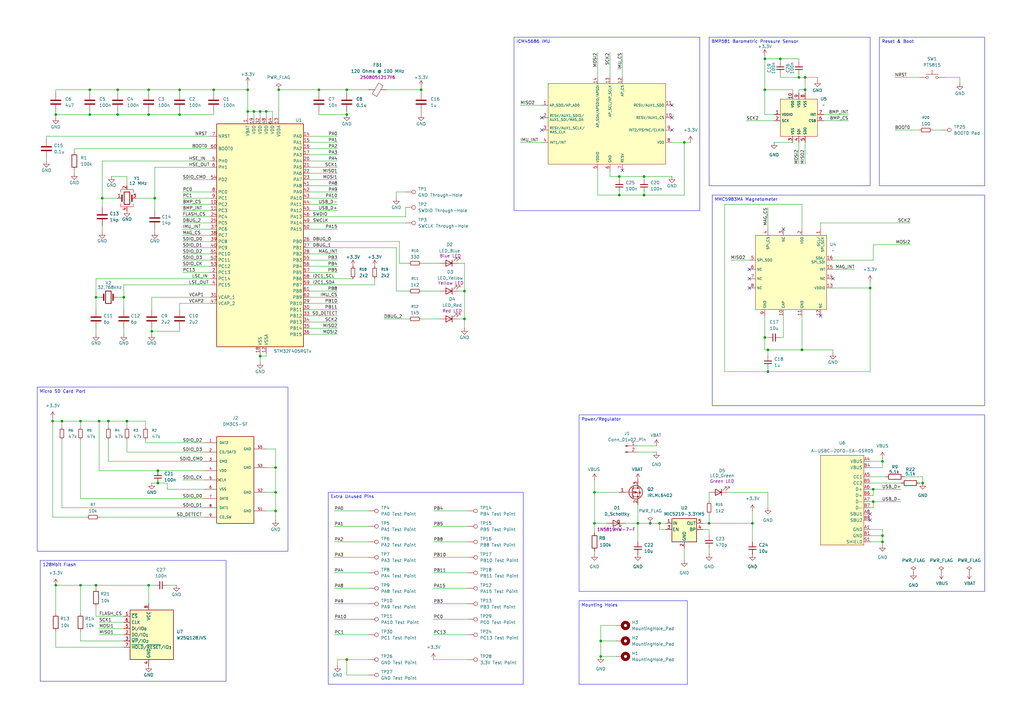
<source format=kicad_sch>
(kicad_sch (version 20250114) (generator "eeschema") (generator_version "9.0")
  (paper "A3")
  (title_block (title "FIRM") (date "2025-07-02") (company "Seth O, Will S, Harshil M"))
  (lib_symbols
    (symbol "Connector:Conn_01x02_Pin" (pin_names (offset 1.016) (hide yes))
      (property "Reference" "J" (at 0 2.54 0))
      (property "Value" "Conn_01x02_Pin" (at 0 -5.08 0))
      (symbol "Conn_01x02_Pin_1_1"
        (pin passive line (at 5.08 0 180) (length 3.81) (name "Pin_1") (number "1"))
        (pin passive line (at 5.08 -2.54 180) (length 3.81) (name "Pin_2") (number "2"))
      )
    )
    (symbol "Connector:TestPoint" (pin_numbers (hide yes)) (pin_names (offset 0.762) (hide yes))
      (property "Reference" "TP" (at 0 6.858 0))
      (property "Value" "TestPoint" (at 0 5.08 0))
      (symbol "TestPoint_1_1"
        (pin passive line (at 0 0 90) (length 2.54) (name "1") (number "1"))
      )
    )
    (symbol "Device:C" (pin_numbers (hide yes)) (pin_names (offset 0.254))
      (property "Reference" "C" (at 0.635 2.54 0))
      (property "Value" "C" (at 0.635 -2.54 0))
      (symbol "C_1_1"
        (pin passive line (at 0 3.81 270) (length 2.794) (name "~") (number "1"))
        (pin passive line (at 0 -3.81 90) (length 2.794) (name "~") (number "2"))
      )
    )
    (symbol "Device:C_Small" (pin_numbers (hide yes)) (pin_names (offset 0.254) (hide yes))
      (property "Reference" "C" (at 0.254 1.778 0))
      (property "Value" "C_Small" (at 0.254 -2.032 0))
      (symbol "C_Small_1_1"
        (pin passive line (at 0 2.54 270) (length 2.032) (name "~") (number "1"))
        (pin passive line (at 0 -2.54 90) (length 2.032) (name "~") (number "2"))
      )
    )
    (symbol "Device:Crystal" (pin_numbers (hide yes)) (pin_names (offset 1.016) (hide yes))
      (property "Reference" "Y" (at 0 3.81 0))
      (property "Value" "Crystal" (at 0 -3.81 0))
      (symbol "Crystal_1_1"
        (pin passive line (at -3.81 0 0) (length 1.27) (name "1") (number "1"))
        (pin passive line (at 3.81 0 180) (length 1.27) (name "2") (number "2"))
      )
    )
    (symbol "Device:Crystal_GND24" (pin_names (offset 1.016) (hide yes))
      (property "Reference" "Y" (at 3.175 5.08 0))
      (property "Value" "Crystal_GND24" (at 3.175 3.175 0))
      (symbol "Crystal_GND24_1_1"
        (pin passive line (at -3.81 0 0) (length 1.27) (name "1") (number "1"))
        (pin passive line (at 0 5.08 270) (length 1.27) (name "2") (number "2"))
        (pin passive line (at 0 -5.08 90) (length 1.27) (name "4") (number "4"))
        (pin passive line (at 3.81 0 180) (length 1.27) (name "3") (number "3"))
      )
    )
    (symbol "Device:D_Schottky" (pin_numbers (hide yes)) (pin_names (offset 1.016) (hide yes))
      (property "Reference" "D" (at 0 2.54 0))
      (property "Value" "D_Schottky" (at 0 -2.54 0))
      (symbol "D_Schottky_1_1"
        (pin passive line (at -3.81 0 0) (length 2.54) (name "K") (number "1"))
        (pin passive line (at 3.81 0 180) (length 2.54) (name "A") (number "2"))
      )
    )
    (symbol "Device:FerriteBead" (pin_numbers (hide yes)) (pin_names (offset 0))
      (property "Reference" "FB" (at -3.81 0.635 90))
      (property "Value" "FerriteBead" (at 3.81 0 90))
      (symbol "FerriteBead_1_1"
        (pin passive line (at 0 3.81 270) (length 2.54) (name "~") (number "1"))
        (pin passive line (at 0 -3.81 90) (length 2.54) (name "~") (number "2"))
      )
    )
    (symbol "Device:LED" (pin_numbers (hide yes)) (pin_names (offset 1.016) (hide yes))
      (property "Reference" "D" (at 0 2.54 0))
      (property "Value" "LED" (at 0 -2.54 0))
      (symbol "LED_1_1"
        (pin passive line (at -3.81 0 0) (length 2.54) (name "K") (number "1"))
        (pin passive line (at 3.81 0 180) (length 2.54) (name "A") (number "2"))
      )
    )
    (symbol "Device:R" (pin_numbers (hide yes)) (pin_names (offset 0))
      (property "Reference" "R" (at 2.032 0 90))
      (property "Value" "R" (at 0 0 90))
      (symbol "R_1_1"
        (pin passive line (at 0 3.81 270) (length 1.27) (name "~") (number "1"))
        (pin passive line (at 0 -3.81 90) (length 1.27) (name "~") (number "2"))
      )
    )
    (symbol "Device:R_Small" (pin_numbers (hide yes)) (pin_names (offset 0.254) (hide yes))
      (property "Reference" "R" (at 0 0 90))
      (property "Value" "R_Small" (at 1.778 0 90))
      (symbol "R_Small_1_1"
        (pin passive line (at 0 2.54 270) (length 0.762) (name "~") (number "1"))
        (pin passive line (at 0 -2.54 90) (length 0.762) (name "~") (number "2"))
      )
    )
    (symbol "MCU_ST_STM32F4:STM32F405RGTx"
      (property "Reference" "U" (at -17.78 46.99 0))
      (property "Value" "STM32F405RGTx" (at 10.16 46.99 0))
      (symbol "STM32F405RGTx_1_1"
        (pin input line (at -20.32 40.64 0) (length 2.54) (name "NRST") (number "7"))
        (pin input line (at -20.32 35.56 0) (length 2.54) (name "BOOT0") (number "60"))
        (pin bidirectional line (at -20.32 30.48 0) (length 2.54) (name "PH0") (number "5"))
        (pin bidirectional line (at -20.32 27.94 0) (length 2.54) (name "PH1") (number "6"))
        (pin bidirectional line (at -20.32 22.86 0) (length 2.54) (name "PD2") (number "54"))
        (pin bidirectional line (at -20.32 17.78 0) (length 2.54) (name "PC0") (number "8"))
        (pin bidirectional line (at -20.32 15.24 0) (length 2.54) (name "PC1") (number "9"))
        (pin bidirectional line (at -20.32 12.7 0) (length 2.54) (name "PC2") (number "10"))
        (pin bidirectional line (at -20.32 10.16 0) (length 2.54) (name "PC3") (number "11"))
        (pin bidirectional line (at -20.32 7.62 0) (length 2.54) (name "PC4") (number "24"))
        (pin bidirectional line (at -20.32 5.08 0) (length 2.54) (name "PC5") (number "25"))
        (pin bidirectional line (at -20.32 2.54 0) (length 2.54) (name "PC6") (number "37"))
        (pin bidirectional line (at -20.32 0 0) (length 2.54) (name "PC7") (number "38"))
        (pin bidirectional line (at -20.32 -2.54 0) (length 2.54) (name "PC8") (number "39"))
        (pin bidirectional line (at -20.32 -5.08 0) (length 2.54) (name "PC9") (number "40"))
        (pin bidirectional line (at -20.32 -7.62 0) (length 2.54) (name "PC10") (number "51"))
        (pin bidirectional line (at -20.32 -10.16 0) (length 2.54) (name "PC11") (number "52"))
        (pin bidirectional line (at -20.32 -12.7 0) (length 2.54) (name "PC12") (number "53"))
        (pin bidirectional line (at -20.32 -15.24 0) (length 2.54) (name "PC13") (number "2"))
        (pin bidirectional line (at -20.32 -17.78 0) (length 2.54) (name "PC14") (number "3"))
        (pin bidirectional line (at -20.32 -20.32 0) (length 2.54) (name "PC15") (number "4"))
        (pin power_out line (at -20.32 -25.4 0) (length 2.54) (name "VCAP_1") (number "31"))
        (pin power_out line (at -20.32 -27.94 0) (length 2.54) (name "VCAP_2") (number "47"))
        (pin power_in line (at -5.08 48.26 270) (length 2.54) (name "VBAT") (number "1"))
        (pin power_in line (at -2.54 48.26 270) (length 2.54) (name "VDD") (number "19"))
        (pin power_in line (at 0 48.26 270) (length 2.54) (name "VDD") (number "32"))
        (pin power_in line (at 0 -48.26 90) (length 2.54) (name "VSS") (number "18"))
        (pin passive line (at 0 -48.26 90) (length 2.54) (hide yes) (name "VSS") (number "63"))
        (pin power_in line (at 2.54 48.26 270) (length 2.54) (name "VDD") (number "48"))
        (pin power_in line (at 2.54 -48.26 90) (length 2.54) (name "VSSA") (number "12"))
        (pin power_in line (at 5.08 48.26 270) (length 2.54) (name "VDD") (number "64"))
        (pin power_in line (at 7.62 48.26 270) (length 2.54) (name "VDDA") (number "13"))
        (pin bidirectional line (at 20.32 40.64 180) (length 2.54) (name "PA0") (number "14"))
        (pin bidirectional line (at 20.32 38.1 180) (length 2.54) (name "PA1") (number "15"))
        (pin bidirectional line (at 20.32 35.56 180) (length 2.54) (name "PA2") (number "16"))
        (pin bidirectional line (at 20.32 33.02 180) (length 2.54) (name "PA3") (number "17"))
        (pin bidirectional line (at 20.32 30.48 180) (length 2.54) (name "PA4") (number "20"))
        (pin bidirectional line (at 20.32 27.94 180) (length 2.54) (name "PA5") (number "21"))
        (pin bidirectional line (at 20.32 25.4 180) (length 2.54) (name "PA6") (number "22"))
        (pin bidirectional line (at 20.32 22.86 180) (length 2.54) (name "PA7") (number "23"))
        (pin bidirectional line (at 20.32 20.32 180) (length 2.54) (name "PA8") (number "41"))
        (pin bidirectional line (at 20.32 17.78 180) (length 2.54) (name "PA9") (number "42"))
        (pin bidirectional line (at 20.32 15.24 180) (length 2.54) (name "PA10") (number "43"))
        (pin bidirectional line (at 20.32 12.7 180) (length 2.54) (name "PA11") (number "44"))
        (pin bidirectional line (at 20.32 10.16 180) (length 2.54) (name "PA12") (number "45"))
        (pin bidirectional line (at 20.32 7.62 180) (length 2.54) (name "PA13") (number "46"))
        (pin bidirectional line (at 20.32 5.08 180) (length 2.54) (name "PA14") (number "49"))
        (pin bidirectional line (at 20.32 2.54 180) (length 2.54) (name "PA15") (number "50"))
        (pin bidirectional line (at 20.32 -2.54 180) (length 2.54) (name "PB0") (number "26"))
        (pin bidirectional line (at 20.32 -5.08 180) (length 2.54) (name "PB1") (number "27"))
        (pin bidirectional line (at 20.32 -7.62 180) (length 2.54) (name "PB2") (number "28"))
        (pin bidirectional line (at 20.32 -10.16 180) (length 2.54) (name "PB3") (number "55"))
        (pin bidirectional line (at 20.32 -12.7 180) (length 2.54) (name "PB4") (number "56"))
        (pin bidirectional line (at 20.32 -15.24 180) (length 2.54) (name "PB5") (number "57"))
        (pin bidirectional line (at 20.32 -17.78 180) (length 2.54) (name "PB6") (number "58"))
        (pin bidirectional line (at 20.32 -20.32 180) (length 2.54) (name "PB7") (number "59"))
        (pin bidirectional line (at 20.32 -22.86 180) (length 2.54) (name "PB8") (number "61"))
        (pin bidirectional line (at 20.32 -25.4 180) (length 2.54) (name "PB9") (number "62"))
        (pin bidirectional line (at 20.32 -27.94 180) (length 2.54) (name "PB10") (number "29"))
        (pin bidirectional line (at 20.32 -30.48 180) (length 2.54) (name "PB11") (number "30"))
        (pin bidirectional line (at 20.32 -33.02 180) (length 2.54) (name "PB12") (number "33"))
        (pin bidirectional line (at 20.32 -35.56 180) (length 2.54) (name "PB13") (number "34"))
        (pin bidirectional line (at 20.32 -38.1 180) (length 2.54) (name "PB14") (number "35"))
        (pin bidirectional line (at 20.32 -40.64 180) (length 2.54) (name "PB15") (number "36"))
      )
    )
    (symbol "Mechanical:MountingHole_Pad" (pin_numbers (hide yes)) (pin_names (offset 1.016) (hide yes)) (in_bom no)
      (property "Reference" "H" (at 0 6.35 0))
      (property "Value" "MountingHole_Pad" (at 0 4.445 0))
      (symbol "MountingHole_Pad_1_1"
        (pin input line (at 0 -2.54 90) (length 2.54) (name "1") (number "1"))
      )
    )
    (symbol "Memory_Flash:W25Q128JVS"
      (property "Reference" "U" (at -6.35 11.43 0))
      (property "Value" "W25Q128JVS" (at 7.62 11.43 0))
      (symbol "W25Q128JVS_1_1"
        (pin input line (at -10.16 7.62 0) (length 2.54) (name "~{CS}") (number "1"))
        (pin input line (at -10.16 5.08 0) (length 2.54) (name "CLK") (number "6"))
        (pin bidirectional line (at -10.16 2.54 0) (length 2.54) (name "DI/IO_{0}") (number "5"))
        (pin bidirectional line (at -10.16 0 0) (length 2.54) (name "DO/IO_{1}") (number "2"))
        (pin bidirectional line (at -10.16 -2.54 0) (length 2.54) (name "~{WP}/IO_{2}") (number "3"))
        (pin bidirectional line (at -10.16 -5.08 0) (length 2.54) (name "~{HOLD}/~{RESET}/IO_{3}") (number "7"))
        (pin power_in line (at 0 12.7 270) (length 2.54) (name "VCC") (number "8"))
        (pin power_in line (at 0 -12.7 90) (length 2.54) (name "GND") (number "4"))
      )
    )
    (symbol "Regulator_Linear:MIC5219-3.3YM5" (pin_names (offset 0.254))
      (property "Reference" "U" (at -3.81 5.715 0))
      (property "Value" "MIC5219-3.3YM5" (at 0 5.715 0))
      (symbol "MIC5219-3.3YM5_1_1"
        (pin power_in line (at -7.62 2.54 0) (length 2.54) (name "IN") (number "1"))
        (pin input line (at -7.62 0 0) (length 2.54) (name "EN") (number "3"))
        (pin power_in line (at 0 -7.62 90) (length 2.54) (name "GND") (number "2"))
        (pin power_out line (at 7.62 2.54 180) (length 2.54) (name "OUT") (number "5"))
        (pin input line (at 7.62 0 180) (length 2.54) (name "BP") (number "4"))
      )
    )
    (symbol "Switch:SW_Push" (pin_numbers (hide yes)) (pin_names (offset 1.016) (hide yes))
      (property "Reference" "SW" (at 1.27 2.54 0))
      (property "Value" "SW_Push" (at 0 -1.524 0))
      (symbol "SW_Push_0_1"
        (pin passive line (at -5.08 0 0) (length 2.54) (name "1") (number "1"))
        (pin passive line (at 5.08 0 180) (length 2.54) (name "2") (number "2"))
      )
    )
    (symbol "Transistor_FET:IRLML6402" (pin_names (hide yes))
      (property "Reference" "Q" (at 5.08 1.905 0))
      (property "Value" "IRLML6402" (at 5.08 0 0))
      (symbol "IRLML6402_1_1"
        (pin input line (at -5.08 0 0) (length 2.54) (name "G") (number "1"))
        (pin passive line (at 2.54 5.08 270) (length 2.54) (name "D") (number "3"))
        (pin passive line (at 2.54 -5.08 90) (length 2.54) (name "S") (number "2"))
      )
    )
    (symbol "connectors:A-USBC-20F0-EA-GSR05"
      (property "Reference" "U" (at -3.81 5.08 0))
      (symbol "A-USBC-20F0-EA-GSR05_1_1"
        (pin bidirectional line (at 11.43 15.24 180) (length 2.54) (name "VBUS") (number "A4"))
        (pin bidirectional line (at 11.43 12.7 180) (length 2.54) (name "VBUS") (number "B4"))
        (pin bidirectional line (at 11.43 8.89 180) (length 2.54) (name "CC1") (number "A5"))
        (pin bidirectional line (at 11.43 6.35 180) (length 2.54) (name "CC2") (number "B5"))
        (pin bidirectional line (at 11.43 3.81 180) (length 2.54) (name "D+") (number "A6"))
        (pin bidirectional line (at 11.43 1.27 180) (length 2.54) (name "D+") (number "B6"))
        (pin bidirectional line (at 11.43 -1.27 180) (length 2.54) (name "D-") (number "A7"))
        (pin bidirectional line (at 11.43 -3.81 180) (length 2.54) (name "D-") (number "B7"))
        (pin bidirectional line (at 11.43 -6.35 180) (length 2.54) (name "SBU1") (number "A8"))
        (pin bidirectional line (at 11.43 -8.89 180) (length 2.54) (name "SBU2") (number "B8"))
        (pin bidirectional line (at 11.43 -12.7 180) (length 2.54) (name "GND") (number "A1"))
        (pin bidirectional line (at 11.43 -15.24 180) (length 2.54) (name "GND") (number "B1"))
        (pin bidirectional line (at 11.43 -17.78 180) (length 2.54) (name "SHIELD") (number "S1"))
      )
    )
    (symbol "connectors:DM3CS-SF" (pin_names (offset 1.016))
      (property "Reference" "J" (at -7.6282 19.0976 0))
      (property "Value" "DM3CS-SF" (at -7.6357 -21.1508 0))
      (symbol "DM3CS-SF_0_0"
        (pin passive line (at -12.7 15.24 0) (length 5.08) (name "DAT2") (number "1"))
        (pin passive line (at -12.7 11.43 0) (length 5.08) (name "CD/DAT3") (number "2"))
        (pin passive line (at -12.7 7.62 0) (length 5.08) (name "CMD") (number "3"))
        (pin passive line (at -12.7 3.81 0) (length 5.08) (name "VDD") (number "4"))
        (pin passive clock (at -12.7 0 0) (length 5.08) (name "CLK") (number "5"))
        (pin passive line (at -12.7 -3.81 0) (length 5.08) (name "VSS") (number "6"))
        (pin passive line (at -12.7 -7.62 0) (length 5.08) (name "DAT0") (number "7"))
        (pin passive line (at -12.7 -11.43 0) (length 5.08) (name "DAT1") (number "8"))
        (pin passive line (at -12.7 -15.24 0) (length 5.08) (name "CD_SW") (number "9"))
        (pin passive line (at 12.7 12.7 180) (length 5.08) (name "GND") (number "S5"))
        (pin passive line (at 12.7 5.08 180) (length 5.08) (name "GND") (number "S3"))
        (pin passive line (at 12.7 -5.08 180) (length 5.08) (name "GND") (number "S2"))
        (pin passive line (at 12.7 -12.7 180) (length 5.08) (name "GND") (number "S1"))
      )
    )
    (symbol "power:+3.3V" (power) (pin_numbers (hide yes)) (pin_names (offset 0) (hide yes))
      (property "Value" "+3.3V" (at 0 3.556 0))
      (symbol "+3.3V_1_1"
        (pin power_in line (at 0 0 90) (length 0) (name "~") (number "1"))
      )
    )
    (symbol "power:GND" (power) (pin_numbers (hide yes)) (pin_names (offset 0) (hide yes))
      (property "Value" "GND" (at 0 -3.81 0))
      (symbol "GND_1_1"
        (pin power_in line (at 0 0 270) (length 0) (name "~") (number "1"))
      )
    )
    (symbol "power:PWR_FLAG" (power) (pin_numbers (hide yes)) (pin_names (offset 0) (hide yes))
      (property "Value" "PWR_FLAG" (at 0 3.81 0))
      (symbol "PWR_FLAG_0_0"
        (pin power_out line (at 0 0 90) (length 0) (name "~") (number "1"))
      )
    )
    (symbol "power:VBUS" (power) (pin_numbers (hide yes)) (pin_names (offset 0) (hide yes))
      (property "Value" "VBUS" (at 0 3.556 0))
      (symbol "VBUS_1_1"
        (pin power_in line (at 0 0 90) (length 0) (name "~") (number "1"))
      )
    )
    (symbol "sensors:BMP581"
      (property "Reference" "U5" (at 10.16 6.4202 0))
      (property "Value" "~" (at 10.16 4.5151 0))
      (symbol "BMP581_1_1"
        (pin power_in line (at -10.16 1.27 0) (length 2.54) (name "VDDIO") (number "1"))
        (pin bidirectional line (at -10.16 -1.27 0) (length 2.54) (name "SCK") (number "2"))
        (pin power_in line (at -2.54 10.16 270) (length 2.54) (name "VDD") (number "10"))
        (pin power_in line (at -2.54 -10.16 90) (length 2.54) (name "VSS") (number "3"))
        (pin power_in line (at 0 10.16 270) (length 2.54) (name "VSS") (number "9"))
        (pin bidirectional line (at 0 -10.16 90) (length 2.54) (name "SDI") (number "4"))
        (pin power_in line (at 2.54 10.16 270) (length 2.54) (name "VSS") (number "8"))
        (pin bidirectional line (at 2.54 -10.16 90) (length 2.54) (name "SDO") (number "5"))
        (pin bidirectional line (at 10.16 1.27 180) (length 2.54) (name "INT") (number "7"))
        (pin bidirectional line (at 10.16 -1.27 180) (length 2.54) (name "CSB") (number "6"))
      )
    )
    (symbol "sensors:ICM-45686"
      (symbol "ICM-45686_1_1"
        (pin bidirectional line (at -29.21 12.7 0) (length 2.54) (name "AP_SDO/AP_AD0") (number "1"))
        (pin bidirectional line (at -29.21 7.62 0) (length 2.54) (name "RESV/AUX1_SDIO/\nAUX1_SDI/MAS_DA") (number "2"))
        (pin bidirectional line (at -29.21 2.54 0) (length 2.54) (name "RESV/AUX1_SCLK/\nMAS_CLK") (number "3"))
        (pin bidirectional line (at -29.21 -2.54 0) (length 2.54) (name "INT1/INT") (number "4"))
        (pin bidirectional line (at -6.35 24.13 270) (length 2.54) (name "AP_SDA/APSDIO/APSDI") (number "14"))
        (pin power_in line (at -6.35 -13.97 90) (length 2.54) (name "VDDIO") (number "5"))
        (pin bidirectional line (at -1.27 24.13 270) (length 2.54) (name "AP_SCL/AP_SCLK") (number "13"))
        (pin power_in line (at -1.27 -13.97 90) (length 2.54) (name "GND") (number "6"))
        (pin bidirectional line (at 3.81 24.13 270) (length 2.54) (name "AP_CS") (number "12"))
        (pin bidirectional line (at 3.81 -13.97 90) (length 2.54) (name "RESV") (number "7"))
        (pin bidirectional line (at 24.13 12.7 180) (length 2.54) (name "RESV/AUX1_SDO") (number "11"))
        (pin bidirectional line (at 24.13 7.62 180) (length 2.54) (name "RESV/AUX1_CS") (number "10"))
        (pin bidirectional line (at 24.13 2.54 180) (length 2.54) (name "INT2/FSYNC/CLKIN") (number "9"))
        (pin power_in line (at 24.13 -2.54 180) (length 2.54) (name "VDD") (number "8"))
      )
    )
    (symbol "sensors:MMC5983MA"
      (property "Reference" "U4" (at 16.764 15.494 0))
      (property "Value" "~" (at 16.764 13.716 0))
      (symbol "MMC5983MA_1_1"
        (pin bidirectional line (at -17.78 5.08 0) (length 2.54) (name "SPI_SDO") (number "5"))
        (pin bidirectional line (at -17.78 1.27 0) (length 2.54) (name "NC") (number "6"))
        (pin bidirectional line (at -17.78 -2.54 0) (length 2.54) (name "NC") (number "7"))
        (pin bidirectional line (at -17.78 -6.35 0) (length 2.54) (name "NC") (number "8"))
        (pin power_in line (at -11.43 -17.78 90) (length 2.54) (name "GND") (number "9"))
        (pin bidirectional line (at -10.16 17.78 270) (length 2.54) (name "SPI_CS") (number "4"))
        (pin bidirectional line (at -3.81 17.78 270) (length 2.54) (name "NC") (number "3"))
        (pin bidirectional line (at -3.81 -17.78 90) (length 2.54) (name "CAP") (number "10"))
        (pin power_in line (at 3.81 17.78 270) (length 2.54) (name "VDD") (number "2"))
        (pin power_in line (at 3.81 -17.78 90) (length 2.54) (name "GND") (number "11"))
        (pin bidirectional line (at 11.43 17.78 270) (length 2.54) (name "SCL/\nSPI_SCK") (number "1"))
        (pin bidirectional line (at 11.43 -17.78 90) (length 2.54) (name "NC") (number "12"))
        (pin bidirectional line (at 16.51 5.08 180) (length 2.54) (name "SDA/\nSPI_SDI") (number "16"))
        (pin bidirectional line (at 16.51 1.27 180) (length 2.54) (name "INT") (number "15"))
        (pin bidirectional line (at 16.51 -2.54 180) (length 2.54) (name "NC") (number "14"))
        (pin power_in line (at 16.51 -6.35 180) (length 2.54) (name "VDDIO") (number "13"))
      )
    )
  )
  (text_box "Extra Unused Pins" (at 134.62 201.93 0) (size 80.01 78.74) (margins 0.9525 0.9525 0.9525 0.9525) (effects (font (size 1.27 1.27)) (justify left top)))
  (text_box "128Mbit Flash\n" (at 16.51 229.87 0) (size 76.2 49.53) (margins 0.9525 0.9525 0.9525 0.9525) (effects (font (size 1.27 1.27)) (justify left top)))
  (text_box "Power/Regulator" (at 237.49 170.18 0) (size 166.37 72.39) (margins 0.9525 0.9525 0.9525 0.9525) (effects (font (size 1.27 1.27)) (justify left top)))
  (text_box "Reset & Boot" (at 360.68 15.24 0) (size 43.18 60.96) (margins 0.9525 0.9525 0.9525 0.9525) (effects (font (size 1.27 1.27)) (justify left top)))
  (text_box "MMC5983MA Magnetometer\n" (at 292.1 80.01 0) (size 111.76 86.36) (margins 0.9525 0.9525 0.9525 0.9525) (effects (font (size 1.27 1.27)) (justify left top)))
  (text_box "BMP581 Barometric Pressure Sensor" (at 290.83 15.24 0) (size 66.04 60.96) (margins 0.9525 0.9525 0.9525 0.9525) (effects (font (size 1.27 1.27)) (justify left top)))
  (text_box "Mounting Holes" (at 237.49 246.38 0) (size 44.45 34.29) (margins 0.9525 0.9525 0.9525 0.9525) (effects (font (size 1.27 1.27)) (justify left top)))
  (text_box "Micro SD Card Port" (at 15.24 158.75 0) (size 102.87 67.31) (margins 0.9525 0.9525 0.9525 0.9525) (effects (font (size 1.27 1.27)) (justify left top)))
  (text_box "ICM45686 IMU" (at 210.82 15.24 0) (size 76.2 71.12) (margins 0.9525 0.9525 0.9525 0.9525) (effects (font (size 1.27 1.27)) (justify left top)))
  (junction (at 243.84 201.93))
  (junction (at 290.83 214.63))
  (junction (at 33.02 172.72))
  (junction (at 172.72 36.83))
  (junction (at 48.26 46.99))
  (junction (at 41.91 81.28))
  (junction (at 22.86 240.03))
  (junction (at 254 72.39))
  (junction (at 261.62 214.63))
  (junction (at 60.96 36.83))
  (junction (at 264.16 80.01))
  (junction (at 330.2 36.83))
  (junction (at 361.95 189.23))
  (junction (at 44.45 172.72))
  (junction (at 40.64 172.72))
  (junction (at 39.37 240.03))
  (junction (at 270.51 214.63))
  (junction (at 22.86 46.99))
  (junction (at 328.93 143.51))
  (junction (at 358.14 205.74))
  (junction (at 63.5 81.28))
  (junction (at 266.7 214.63))
  (junction (at 313.69 138.43))
  (junction (at 264.16 72.39))
  (junction (at 308.61 214.63))
  (junction (at 50.8 121.92))
  (junction (at 142.24 270.51))
  (junction (at 33.02 240.03))
  (junction (at 73.66 36.83))
  (junction (at 64.77 198.12))
  (junction (at 378.46 198.12))
  (junction (at 142.24 46.99))
  (junction (at 358.14 200.66))
  (junction (at 60.96 46.99))
  (junction (at 106.68 45.72))
  (junction (at 361.95 222.25))
  (junction (at 21.59 172.72))
  (junction (at 313.69 36.83))
  (junction (at 36.83 36.83))
  (junction (at 109.22 45.72))
  (junction (at 39.37 121.92))
  (junction (at 104.14 45.72))
  (junction (at 113.03 209.55))
  (junction (at 87.63 36.83))
  (junction (at 320.04 24.13))
  (junction (at 64.77 193.04))
  (junction (at 25.4 172.72))
  (junction (at 48.26 36.83))
  (junction (at 314.96 143.51))
  (junction (at 361.95 219.71))
  (junction (at 330.2 31.75))
  (junction (at 114.3 36.83))
  (junction (at 254 80.01))
  (junction (at 113.03 201.93))
  (junction (at 60.96 240.03))
  (junction (at 62.23 135.89))
  (junction (at 36.83 46.99))
  (junction (at 327.66 31.75))
  (junction (at 280.67 58.42))
  (junction (at 246.38 262.89))
  (junction (at 142.24 36.83))
  (junction (at 73.66 46.99))
  (junction (at 113.03 191.77))
  (junction (at 243.84 214.63))
  (junction (at 52.07 172.72))
  (junction (at 313.69 24.13))
  (junction (at 106.68 146.05))
  (junction (at 356.87 118.11))
  (junction (at 101.6 45.72))
  (junction (at 246.38 269.24))
  (junction (at 101.6 36.83))
  (junction (at 190.5 119.38))
  (junction (at 130.81 36.83))
  (junction (at 190.5 130.81))
  (junction (at 314.96 152.4))
  (no_connect (at 321.31 93.98))
  (no_connect (at 356.87 213.36))
  (no_connect (at 307.34 118.11))
  (no_connect (at 275.59 43.18))
  (no_connect (at 275.59 48.26))
  (no_connect (at 307.34 114.3))
  (no_connect (at 255.27 69.85))
  (no_connect (at 336.55 129.54))
  (no_connect (at 275.59 53.34))
  (no_connect (at 222.25 48.26))
  (no_connect (at 222.25 53.34))
  (no_connect (at 307.34 110.49))
  (no_connect (at 341.63 114.3))
  (no_connect (at 356.87 210.82))
  (wire (pts (xy 320.04 25.4) (xy 320.04 24.13)))
  (wire (pts (xy 290.83 214.63) (xy 308.61 214.63)))
  (wire (pts (xy 356.87 118.11) (xy 356.87 152.4)))
  (wire (pts (xy 187.96 130.81) (xy 190.5 130.81)))
  (wire (pts (xy 127 83.82) (xy 138.43 83.82)))
  (wire (pts (xy 50.8 134.62) (xy 50.8 137.16)))
  (wire (pts (xy 62.23 198.12) (xy 64.77 198.12)))
  (wire (pts (xy 328.93 83.82) (xy 297.18 83.82)))
  (wire (pts (xy 243.84 201.93) (xy 254 201.93)))
  (wire (pts (xy 127 71.12) (xy 138.43 71.12)))
  (wire (pts (xy 336.55 91.44) (xy 336.55 93.98)))
  (wire (pts (xy 190.5 130.81) (xy 190.5 134.62)))
  (wire (pts (xy 254 78.74) (xy 254 80.01)))
  (wire (pts (xy 44.45 172.72) (xy 52.07 172.72)))
  (wire (pts (xy 308.61 214.63) (xy 308.61 222.25)))
  (wire (pts (xy 288.29 214.63) (xy 290.83 214.63)))
  (wire (pts (xy 341.63 118.11) (xy 356.87 118.11)))
  (wire (pts (xy 246.38 269.24) (xy 252.73 269.24)))
  (wire (pts (xy 127 99.06) (xy 163.83 99.06)))
  (wire (pts (xy 73.66 36.83) (xy 60.96 36.83)))
  (wire (pts (xy 25.4 172.72) (xy 25.4 175.26)))
  (wire (pts (xy 142.24 36.83) (xy 151.13 36.83)))
  (wire (pts (xy 73.66 46.99) (xy 60.96 46.99)))
  (wire (pts (xy 137.16 228.6) (xy 151.13 228.6)))
  (wire (pts (xy 39.37 240.03) (xy 39.37 241.3)))
  (wire (pts (xy 172.72 119.38) (xy 180.34 119.38)))
  (wire (pts (xy 162.56 119.38) (xy 162.56 101.6)))
  (wire (pts (xy 52.07 185.42) (xy 52.07 180.34)))
  (wire (pts (xy 127 101.6) (xy 162.56 101.6)))
  (wire (pts (xy 356.87 219.71) (xy 361.95 219.71)))
  (wire (pts (xy 127 129.54) (xy 138.43 129.54)))
  (wire (pts (xy 137.16 241.3) (xy 151.13 241.3)))
  (wire (pts (xy 22.86 240.03) (xy 33.02 240.03)))
  (wire (pts (xy 101.6 36.83) (xy 87.63 36.83)))
  (wire (pts (xy 327.66 30.48) (xy 327.66 31.75)))
  (wire (pts (xy 22.86 45.72) (xy 22.86 46.99)))
  (wire (pts (xy 127 66.04) (xy 138.43 66.04)))
  (wire (pts (xy 106.68 45.72) (xy 106.68 48.26)))
  (wire (pts (xy 264.16 73.66) (xy 264.16 72.39)))
  (wire (pts (xy 288.29 217.17) (xy 290.83 217.17)))
  (wire (pts (xy 101.6 36.83) (xy 101.6 45.72)))
  (wire (pts (xy 74.93 78.74) (xy 86.36 78.74)))
  (wire (pts (xy 36.83 46.99) (xy 48.26 46.99)))
  (wire (pts (xy 33.02 172.72) (xy 40.64 172.72)))
  (wire (pts (xy 59.69 172.72) (xy 59.69 175.26)))
  (wire (pts (xy 137.16 215.9) (xy 151.13 215.9)))
  (wire (pts (xy 166.37 85.09) (xy 166.37 88.9)))
  (wire (pts (xy 74.93 111.76) (xy 86.36 111.76)))
  (wire (pts (xy 264.16 80.01) (xy 280.67 80.01)))
  (wire (pts (xy 33.02 262.89) (xy 33.02 259.08)))
  (wire (pts (xy 64.77 198.12) (xy 68.58 198.12)))
  (wire (pts (xy 314.96 151.13) (xy 314.96 152.4)))
  (wire (pts (xy 361.95 217.17) (xy 361.95 219.71)))
  (wire (pts (xy 172.72 45.72) (xy 172.72 46.99)))
  (wire (pts (xy 250.19 72.39) (xy 254 72.39)))
  (wire (pts (xy 356.87 195.58) (xy 363.22 195.58)))
  (wire (pts (xy 127 93.98) (xy 138.43 93.98)))
  (wire (pts (xy 50.8 265.43) (xy 22.86 265.43)))
  (wire (pts (xy 261.62 214.63) (xy 261.62 207.01)))
  (wire (pts (xy 64.77 193.04) (xy 83.82 193.04)))
  (wire (pts (xy 106.68 146.05) (xy 109.22 146.05)))
  (wire (pts (xy 162.56 78.74) (xy 166.37 78.74)))
  (wire (pts (xy 74.93 83.82) (xy 86.36 83.82)))
  (wire (pts (xy 127 76.2) (xy 138.43 76.2)))
  (wire (pts (xy 104.14 45.72) (xy 106.68 45.72)))
  (wire (pts (xy 127 68.58) (xy 138.43 68.58)))
  (wire (pts (xy 252.73 256.54) (xy 246.38 256.54)))
  (wire (pts (xy 109.22 191.77) (xy 113.03 191.77)))
  (wire (pts (xy 101.6 45.72) (xy 104.14 45.72)))
  (wire (pts (xy 356.87 200.66) (xy 358.14 200.66)))
  (wire (pts (xy 177.8 228.6) (xy 191.77 228.6)))
  (wire (pts (xy 377.19 198.12) (xy 378.46 198.12)))
  (wire (pts (xy 60.96 240.03) (xy 63.5 240.03)))
  (wire (pts (xy 335.28 31.75) (xy 335.28 33.02)))
  (wire (pts (xy 142.24 270.51) (xy 142.24 276.86)))
  (wire (pts (xy 306.07 49.53) (xy 317.5 49.53)))
  (wire (pts (xy 243.84 227.33) (xy 243.84 226.06)))
  (wire (pts (xy 270.51 214.63) (xy 273.05 214.63)))
  (wire (pts (xy 314.96 143.51) (xy 328.93 143.51)))
  (wire (pts (xy 255.27 21.59) (xy 255.27 31.75)))
  (wire (pts (xy 280.67 224.79) (xy 280.67 229.87)))
  (wire (pts (xy 73.66 124.46) (xy 73.66 127)))
  (wire (pts (xy 261.62 185.42) (xy 269.24 185.42)))
  (wire (pts (xy 358.14 100.33) (xy 373.38 100.33)))
  (wire (pts (xy 106.68 45.72) (xy 109.22 45.72)))
  (wire (pts (xy 39.37 121.92) (xy 39.37 127)))
  (wire (pts (xy 313.69 24.13) (xy 313.69 36.83)))
  (wire (pts (xy 74.93 196.85) (xy 83.82 196.85)))
  (wire (pts (xy 74.93 106.68) (xy 86.36 106.68)))
  (wire (pts (xy 109.22 45.72) (xy 111.76 45.72)))
  (wire (pts (xy 68.58 198.12) (xy 68.58 200.66)))
  (wire (pts (xy 41.91 81.28) (xy 41.91 85.09)))
  (wire (pts (xy 177.8 234.95) (xy 191.77 234.95)))
  (wire (pts (xy 327.66 38.1) (xy 327.66 36.83)))
  (wire (pts (xy 137.16 234.95) (xy 151.13 234.95)))
  (wire (pts (xy 314.96 143.51) (xy 314.96 146.05)))
  (wire (pts (xy 177.8 215.9) (xy 191.77 215.9)))
  (wire (pts (xy 73.66 134.62) (xy 73.66 135.89)))
  (wire (pts (xy 356.87 191.77) (xy 361.95 191.77)))
  (wire (pts (xy 22.86 46.99) (xy 36.83 46.99)))
  (wire (pts (xy 19.05 64.77) (xy 19.05 66.04)))
  (wire (pts (xy 87.63 36.83) (xy 73.66 36.83)))
  (wire (pts (xy 130.81 45.72) (xy 130.81 46.99)))
  (wire (pts (xy 39.37 252.73) (xy 50.8 252.73)))
  (wire (pts (xy 313.69 129.54) (xy 313.69 138.43)))
  (wire (pts (xy 243.84 201.93) (xy 243.84 214.63)))
  (wire (pts (xy 243.84 214.63) (xy 243.84 218.44)))
  (wire (pts (xy 367.03 31.75) (xy 377.19 31.75)))
  (wire (pts (xy 275.59 58.42) (xy 280.67 58.42)))
  (wire (pts (xy 341.63 143.51) (xy 341.63 144.78)))
  (wire (pts (xy 321.31 138.43) (xy 320.04 138.43)))
  (wire (pts (xy 74.93 101.6) (xy 86.36 101.6)))
  (wire (pts (xy 290.83 224.79) (xy 290.83 227.33)))
  (wire (pts (xy 33.02 172.72) (xy 33.02 175.26)))
  (wire (pts (xy 109.22 146.05) (xy 109.22 144.78)))
  (wire (pts (xy 327.66 58.42) (xy 327.66 67.31)))
  (wire (pts (xy 40.64 212.09) (xy 83.82 212.09)))
  (wire (pts (xy 40.64 193.04) (xy 64.77 193.04)))
  (wire (pts (xy 320.04 31.75) (xy 327.66 31.75)))
  (wire (pts (xy 74.93 86.36) (xy 86.36 86.36)))
  (wire (pts (xy 62.23 135.89) (xy 62.23 137.16)))
  (wire (pts (xy 22.86 36.83) (xy 22.86 38.1)))
  (wire (pts (xy 127 81.28) (xy 138.43 81.28)))
  (wire (pts (xy 280.67 58.42) (xy 283.21 58.42)))
  (wire (pts (xy 87.63 36.83) (xy 87.63 38.1)))
  (wire (pts (xy 313.69 46.99) (xy 317.5 46.99)))
  (wire (pts (xy 33.02 240.03) (xy 39.37 240.03)))
  (wire (pts (xy 86.36 124.46) (xy 73.66 124.46)))
  (wire (pts (xy 273.05 217.17) (xy 270.51 217.17)))
  (wire (pts (xy 320.04 30.48) (xy 320.04 31.75)))
  (wire (pts (xy 86.36 66.04) (xy 41.91 66.04)))
  (wire (pts (xy 330.2 31.75) (xy 330.2 36.83)))
  (wire (pts (xy 41.91 81.28) (xy 48.26 81.28)))
  (wire (pts (xy 60.96 45.72) (xy 60.96 46.99)))
  (wire (pts (xy 127 78.74) (xy 138.43 78.74)))
  (wire (pts (xy 101.6 34.29) (xy 101.6 36.83)))
  (wire (pts (xy 113.03 184.15) (xy 113.03 191.77)))
  (wire (pts (xy 177.8 270.51) (xy 191.77 270.51)))
  (wire (pts (xy 40.64 260.35) (xy 50.8 260.35)))
  (wire (pts (xy 113.03 191.77) (xy 113.03 201.93)))
  (wire (pts (xy 127 134.62) (xy 138.43 134.62)))
  (wire (pts (xy 48.26 36.83) (xy 36.83 36.83)))
  (wire (pts (xy 63.5 93.98) (xy 63.5 95.25)))
  (wire (pts (xy 137.16 209.55) (xy 151.13 209.55)))
  (wire (pts (xy 190.5 119.38) (xy 190.5 130.81)))
  (wire (pts (xy 142.24 270.51) (xy 151.13 270.51)))
  (wire (pts (xy 361.95 222.25) (xy 361.95 223.52)))
  (wire (pts (xy 280.67 80.01) (xy 280.67 58.42)))
  (wire (pts (xy 370.84 195.58) (xy 378.46 195.58)))
  (wire (pts (xy 86.36 121.92) (xy 62.23 121.92)))
  (wire (pts (xy 163.83 107.95) (xy 167.64 107.95)))
  (wire (pts (xy 74.93 99.06) (xy 86.36 99.06)))
  (wire (pts (xy 35.56 212.09) (xy 21.59 212.09)))
  (wire (pts (xy 177.8 222.25) (xy 191.77 222.25)))
  (wire (pts (xy 39.37 121.92) (xy 40.64 121.92)))
  (wire (pts (xy 361.95 187.96) (xy 361.95 189.23)))
  (wire (pts (xy 254 72.39) (xy 254 73.66)))
  (wire (pts (xy 44.45 172.72) (xy 44.45 175.26)))
  (wire (pts (xy 308.61 209.55) (xy 308.61 214.63)))
  (wire (pts (xy 243.84 196.85) (xy 243.84 201.93)))
  (wire (pts (xy 74.93 73.66) (xy 86.36 73.66)))
  (wire (pts (xy 314.96 201.93) (xy 314.96 208.28)))
  (wire (pts (xy 59.69 181.61) (xy 83.82 181.61)))
  (wire (pts (xy 358.14 100.33) (xy 358.14 106.68)))
  (wire (pts (xy 40.64 255.27) (xy 50.8 255.27)))
  (wire (pts (xy 266.7 214.63) (xy 270.51 214.63)))
  (wire (pts (xy 337.82 46.99) (xy 347.98 46.99)))
  (wire (pts (xy 48.26 121.92) (xy 50.8 121.92)))
  (wire (pts (xy 261.62 182.88) (xy 269.24 182.88)))
  (wire (pts (xy 177.8 260.35) (xy 191.77 260.35)))
  (wire (pts (xy 86.36 60.96) (xy 30.48 60.96)))
  (wire (pts (xy 73.66 135.89) (xy 62.23 135.89)))
  (wire (pts (xy 163.83 99.06) (xy 163.83 107.95)))
  (wire (pts (xy 50.8 262.89) (xy 33.02 262.89)))
  (wire (pts (xy 60.96 36.83) (xy 60.96 38.1)))
  (wire (pts (xy 142.24 276.86) (xy 151.13 276.86)))
  (wire (pts (xy 127 55.88) (xy 138.43 55.88)))
  (wire (pts (xy 127 63.5) (xy 138.43 63.5)))
  (wire (pts (xy 213.36 58.42) (xy 222.25 58.42)))
  (wire (pts (xy 313.69 46.99) (xy 313.69 36.83)))
  (wire (pts (xy 378.46 195.58) (xy 378.46 198.12)))
  (wire (pts (xy 177.8 209.55) (xy 191.77 209.55)))
  (wire (pts (xy 327.66 31.75) (xy 330.2 31.75)))
  (wire (pts (xy 250.19 72.39) (xy 250.19 69.85)))
  (wire (pts (xy 336.55 91.44) (xy 373.38 91.44)))
  (wire (pts (xy 246.38 262.89) (xy 246.38 269.24)))
  (wire (pts (xy 325.12 36.83) (xy 325.12 38.1)))
  (wire (pts (xy 356.87 205.74) (xy 358.14 205.74)))
  (wire (pts (xy 358.14 203.2) (xy 358.14 200.66)))
  (wire (pts (xy 314.96 152.4) (xy 297.18 152.4)))
  (wire (pts (xy 74.93 104.14) (xy 86.36 104.14)))
  (wire (pts (xy 113.03 209.55) (xy 113.03 213.36)))
  (wire (pts (xy 245.11 21.59) (xy 245.11 31.75)))
  (wire (pts (xy 21.59 172.72) (xy 21.59 171.45)))
  (wire (pts (xy 73.66 36.83) (xy 73.66 38.1)))
  (wire (pts (xy 264.16 78.74) (xy 264.16 80.01)))
  (wire (pts (xy 44.45 189.23) (xy 44.45 180.34)))
  (wire (pts (xy 39.37 114.3) (xy 39.37 121.92)))
  (wire (pts (xy 297.18 83.82) (xy 297.18 152.4)))
  (wire (pts (xy 250.19 21.59) (xy 250.19 31.75)))
  (wire (pts (xy 74.93 93.98) (xy 86.36 93.98)))
  (wire (pts (xy 73.66 45.72) (xy 73.66 46.99)))
  (wire (pts (xy 187.96 119.38) (xy 190.5 119.38)))
  (wire (pts (xy 177.8 254) (xy 191.77 254)))
  (wire (pts (xy 138.43 270.51) (xy 142.24 270.51)))
  (wire (pts (xy 330.2 31.75) (xy 335.28 31.75)))
  (wire (pts (xy 177.8 247.65) (xy 191.77 247.65)))
  (wire (pts (xy 127 104.14) (xy 138.43 104.14)))
  (wire (pts (xy 87.63 45.72) (xy 87.63 46.99)))
  (wire (pts (xy 25.4 172.72) (xy 33.02 172.72)))
  (wire (pts (xy 313.69 138.43) (xy 314.96 138.43)))
  (wire (pts (xy 19.05 55.88) (xy 19.05 57.15)))
  (wire (pts (xy 137.16 222.25) (xy 151.13 222.25)))
  (wire (pts (xy 317.5 58.42) (xy 325.12 58.42)))
  (wire (pts (xy 361.95 189.23) (xy 361.95 191.77)))
  (wire (pts (xy 321.31 129.54) (xy 321.31 138.43)))
  (wire (pts (xy 341.63 143.51) (xy 328.93 143.51)))
  (wire (pts (xy 52.07 72.39) (xy 45.72 72.39)))
  (wire (pts (xy 158.75 36.83) (xy 172.72 36.83)))
  (wire (pts (xy 358.14 205.74) (xy 369.57 205.74)))
  (wire (pts (xy 40.64 172.72) (xy 40.64 193.04)))
  (wire (pts (xy 127 58.42) (xy 138.43 58.42)))
  (wire (pts (xy 22.86 240.03) (xy 22.86 251.46)))
  (wire (pts (xy 74.93 109.22) (xy 86.36 109.22)))
  (wire (pts (xy 62.23 134.62) (xy 62.23 135.89)))
  (wire (pts (xy 254 80.01) (xy 264.16 80.01)))
  (wire (pts (xy 39.37 252.73) (xy 39.37 248.92)))
  (wire (pts (xy 290.83 210.82) (xy 290.83 214.63)))
  (wire (pts (xy 40.64 257.81) (xy 50.8 257.81)))
  (wire (pts (xy 330.2 36.83) (xy 330.2 38.1)))
  (wire (pts (xy 101.6 45.72) (xy 101.6 48.26)))
  (wire (pts (xy 328.93 93.98) (xy 328.93 83.82)))
  (wire (pts (xy 36.83 36.83) (xy 22.86 36.83)))
  (wire (pts (xy 382.27 53.34) (xy 386.08 53.34)))
  (wire (pts (xy 127 88.9) (xy 166.37 88.9)))
  (wire (pts (xy 50.8 121.92) (xy 50.8 127)))
  (wire (pts (xy 55.88 81.28) (xy 63.5 81.28)))
  (wire (pts (xy 52.07 76.2) (xy 52.07 72.39)))
  (wire (pts (xy 127 111.76) (xy 138.43 111.76)))
  (wire (pts (xy 48.26 45.72) (xy 48.26 46.99)))
  (wire (pts (xy 167.64 119.38) (xy 162.56 119.38)))
  (wire (pts (xy 356.87 222.25) (xy 361.95 222.25)))
  (wire (pts (xy 130.81 36.83) (xy 130.81 38.1)))
  (wire (pts (xy 341.63 110.49) (xy 350.52 110.49)))
  (wire (pts (xy 127 119.38) (xy 138.43 119.38)))
  (wire (pts (xy 127 106.68) (xy 138.43 106.68)))
  (wire (pts (xy 127 124.46) (xy 138.43 124.46)))
  (wire (pts (xy 245.11 80.01) (xy 254 80.01)))
  (wire (pts (xy 21.59 172.72) (xy 25.4 172.72)))
  (wire (pts (xy 187.96 107.95) (xy 190.5 107.95)))
  (wire (pts (xy 314.96 85.09) (xy 314.96 93.98)))
  (wire (pts (xy 137.16 260.35) (xy 151.13 260.35)))
  (wire (pts (xy 52.07 172.72) (xy 59.69 172.72)))
  (wire (pts (xy 39.37 134.62) (xy 39.37 137.16)))
  (wire (pts (xy 313.69 143.51) (xy 313.69 138.43)))
  (wire (pts (xy 213.36 43.18) (xy 222.25 43.18)))
  (wire (pts (xy 60.96 240.03) (xy 60.96 247.65)))
  (wire (pts (xy 114.3 36.83) (xy 130.81 36.83)))
  (wire (pts (xy 162.56 81.28) (xy 162.56 78.74)))
  (wire (pts (xy 109.22 209.55) (xy 113.03 209.55)))
  (wire (pts (xy 393.7 31.75) (xy 393.7 34.29)))
  (wire (pts (xy 68.58 240.03) (xy 72.39 240.03)))
  (wire (pts (xy 356.87 208.28) (xy 358.14 208.28)))
  (wire (pts (xy 264.16 72.39) (xy 275.59 72.39)))
  (wire (pts (xy 290.83 217.17) (xy 290.83 219.71)))
  (wire (pts (xy 127 91.44) (xy 166.37 91.44)))
  (wire (pts (xy 252.73 262.89) (xy 246.38 262.89)))
  (wire (pts (xy 113.03 201.93) (xy 113.03 209.55)))
  (wire (pts (xy 63.5 68.58) (xy 63.5 81.28)))
  (wire (pts (xy 358.14 200.66) (xy 369.57 200.66)))
  (wire (pts (xy 106.68 144.78) (xy 106.68 146.05)))
  (wire (pts (xy 52.07 185.42) (xy 83.82 185.42)))
  (wire (pts (xy 330.2 58.42) (xy 330.2 67.31)))
  (wire (pts (xy 246.38 256.54) (xy 246.38 262.89)))
  (wire (pts (xy 298.45 201.93) (xy 314.96 201.93)))
  (wire (pts (xy 137.16 254) (xy 151.13 254)))
  (wire (pts (xy 109.22 184.15) (xy 113.03 184.15)))
  (wire (pts (xy 48.26 36.83) (xy 48.26 38.1)))
  (wire (pts (xy 356.87 217.17) (xy 361.95 217.17)))
  (wire (pts (xy 41.91 92.71) (xy 41.91 95.25)))
  (wire (pts (xy 356.87 118.11) (xy 356.87 115.57)))
  (wire (pts (xy 106.68 146.05) (xy 106.68 148.59)))
  (wire (pts (xy 25.4 208.28) (xy 25.4 180.34)))
  (wire (pts (xy 190.5 107.95) (xy 190.5 119.38)))
  (wire (pts (xy 142.24 36.83) (xy 142.24 38.1)))
  (wire (pts (xy 254 72.39) (xy 264.16 72.39)))
  (wire (pts (xy 137.16 247.65) (xy 151.13 247.65)))
  (wire (pts (xy 104.14 45.72) (xy 104.14 48.26)))
  (wire (pts (xy 30.48 60.96) (xy 30.48 62.23)))
  (wire (pts (xy 356.87 189.23) (xy 361.95 189.23)))
  (wire (pts (xy 36.83 36.83) (xy 36.83 38.1)))
  (wire (pts (xy 327.66 24.13) (xy 327.66 25.4)))
  (wire (pts (xy 44.45 189.23) (xy 83.82 189.23)))
  (wire (pts (xy 337.82 49.53) (xy 347.98 49.53)))
  (wire (pts (xy 387.35 31.75) (xy 393.7 31.75)))
  (wire (pts (xy 243.84 214.63) (xy 248.92 214.63)))
  (wire (pts (xy 62.23 121.92) (xy 62.23 127)))
  (wire (pts (xy 313.69 143.51) (xy 314.96 143.51)))
  (wire (pts (xy 109.22 45.72) (xy 109.22 48.26)))
  (wire (pts (xy 172.72 107.95) (xy 180.34 107.95)))
  (wire (pts (xy 261.62 214.63) (xy 266.7 214.63)))
  (wire (pts (xy 60.96 46.99) (xy 48.26 46.99)))
  (wire (pts (xy 21.59 212.09) (xy 21.59 172.72)))
  (wire (pts (xy 50.8 116.84) (xy 50.8 121.92)))
  (wire (pts (xy 328.93 129.54) (xy 328.93 143.51)))
  (wire (pts (xy 74.93 81.28) (xy 86.36 81.28)))
  (wire (pts (xy 22.86 265.43) (xy 22.86 259.08)))
  (wire (pts (xy 40.64 172.72) (xy 44.45 172.72)))
  (wire (pts (xy 130.81 46.99) (xy 142.24 46.99)))
  (wire (pts (xy 111.76 48.26) (xy 111.76 45.72)))
  (wire (pts (xy 314.96 152.4) (xy 356.87 152.4)))
  (wire (pts (xy 30.48 69.85) (xy 30.48 71.12)))
  (wire (pts (xy 68.58 200.66) (xy 83.82 200.66)))
  (wire (pts (xy 138.43 270.51) (xy 138.43 273.05)))
  (wire (pts (xy 142.24 45.72) (xy 142.24 46.99)))
  (wire (pts (xy 63.5 81.28) (xy 63.5 86.36)))
  (wire (pts (xy 127 137.16) (xy 138.43 137.16)))
  (wire (pts (xy 39.37 114.3) (xy 86.36 114.3)))
  (wire (pts (xy 109.22 201.93) (xy 113.03 201.93)))
  (wire (pts (xy 74.93 91.44) (xy 86.36 91.44)))
  (wire (pts (xy 33.02 204.47) (xy 83.82 204.47)))
  (wire (pts (xy 33.02 240.03) (xy 33.02 251.46)))
  (wire (pts (xy 320.04 24.13) (xy 327.66 24.13)))
  (wire (pts (xy 127 121.92) (xy 138.43 121.92)))
  (wire (pts (xy 327.66 36.83) (xy 330.2 36.83)))
  (wire (pts (xy 87.63 46.99) (xy 73.66 46.99)))
  (wire (pts (xy 299.72 106.68) (xy 307.34 106.68)))
  (wire (pts (xy 22.86 46.99) (xy 22.86 48.26)))
  (wire (pts (xy 39.37 240.03) (xy 60.96 240.03)))
  (wire (pts (xy 127 109.22) (xy 138.43 109.22)))
  (wire (pts (xy 74.93 88.9) (xy 86.36 88.9)))
  (wire (pts (xy 290.83 201.93) (xy 290.83 205.74)))
  (wire (pts (xy 153.67 116.84) (xy 153.67 114.3)))
  (wire (pts (xy 358.14 208.28) (xy 358.14 205.74)))
  (wire (pts (xy 356.87 198.12) (xy 369.57 198.12)))
  (wire (pts (xy 25.4 208.28) (xy 83.82 208.28)))
  (wire (pts (xy 41.91 66.04) (xy 41.91 81.28)))
  (wire (pts (xy 130.81 36.83) (xy 142.24 36.83)))
  (wire (pts (xy 86.36 116.84) (xy 50.8 116.84)))
  (wire (pts (xy 33.02 204.47) (xy 33.02 180.34)))
  (wire (pts (xy 36.83 45.72) (xy 36.83 46.99)))
  (wire (pts (xy 256.54 214.63) (xy 261.62 214.63)))
  (wire (pts (xy 60.96 36.83) (xy 48.26 36.83)))
  (wire (pts (xy 127 114.3) (xy 144.78 114.3)))
  (wire (pts (xy 313.69 36.83) (xy 325.12 36.83)))
  (wire (pts (xy 361.95 219.71) (xy 361.95 222.25)))
  (wire (pts (xy 313.69 22.86) (xy 313.69 24.13)))
  (wire (pts (xy 127 73.66) (xy 138.43 73.66)))
  (wire (pts (xy 245.11 80.01) (xy 245.11 69.85)))
  (wire (pts (xy 63.5 68.58) (xy 86.36 68.58)))
  (wire (pts (xy 59.69 181.61) (xy 59.69 180.34)))
  (wire (pts (xy 52.07 172.72) (xy 52.07 175.26)))
  (wire (pts (xy 172.72 36.83) (xy 172.72 38.1)))
  (wire (pts (xy 86.36 55.88) (xy 19.05 55.88)))
  (wire (pts (xy 127 127) (xy 138.43 127)))
  (wire (pts (xy 127 116.84) (xy 153.67 116.84)))
  (wire (pts (xy 172.72 130.81) (xy 180.34 130.81)))
  (wire (pts (xy 127 86.36) (xy 138.43 86.36)))
  (wire (pts (xy 157.48 130.81) (xy 167.64 130.81)))
  (wire (pts (xy 367.03 53.34) (xy 377.19 53.34)))
  (wire (pts (xy 127 132.08) (xy 138.43 132.08)))
  (wire (pts (xy 177.8 241.3) (xy 191.77 241.3)))
  (wire (pts (xy 261.62 214.63) (xy 261.62 222.25)))
  (wire (pts (xy 127 60.96) (xy 138.43 60.96)))
  (wire (pts (xy 313.69 24.13) (xy 320.04 24.13)))
  (wire (pts (xy 270.51 217.17) (xy 270.51 214.63)))
  (wire (pts (xy 74.93 96.52) (xy 86.36 96.52)))
  (wire (pts (xy 356.87 203.2) (xy 358.14 203.2)))
  (wire (pts (xy 358.14 106.68) (xy 341.63 106.68)))
  (wire (pts (xy 172.72 35.56) (xy 172.72 36.83)))
  (wire (pts (xy 114.3 48.26) (xy 114.3 36.83)))
  (label "PA10" (at 137.16 254 0))
  (label "PB11" (at 138.43 127 180))
  (label "DBUG_2" (at 157.48 130.81 0))
  (label "BMP_INT" (at 347.98 46.99 180))
  (label "MAG_INT" (at 138.43 104.14 180))
  (label "PA8" (at 138.43 76.2 180))
  (label "SCK1" (at 40.64 255.27 0))
  (label "BMP_CS" (at 74.93 83.82 0))
  (label "SCK2" (at 306.07 49.53 0))
  (label "PC13" (at 74.93 111.76 0))
  (label "SDIO_D2" (at 74.93 104.14 0))
  (label "PC0" (at 177.8 254 0))
  (label "SCK2" (at 373.38 91.44 180))
  (label "PA1" (at 137.16 215.9 0))
  (label "IMU_INT" (at 74.93 93.98 0))
  (label "PC13" (at 177.8 260.35 0))
  (label "MOSI2" (at 327.66 67.31 90))
  (label "SDIO_D0" (at 74.93 204.47 0))
  (label "SDIO_D3" (at 74.93 106.68 0))
  (label "MOSI2" (at 373.38 100.33 180))
  (label "DBUG_0" (at 128.27 99.06 0))
  (label "IMU_INT" (at 213.36 58.42 0))
  (label "FLASH_CS" (at 74.93 88.9 0))
  (label "BMP_CS" (at 347.98 49.53 180))
  (label "MISO1" (at 40.64 260.35 0))
  (label "MAG_CS" (at 74.93 96.52 0))
  (label "VCAP1" (at 77.47 121.92 0))
  (label "BOOT0" (at 367.03 53.34 0))
  (label "SDIO_CMD" (at 73.66 189.23 0))
  (label "HSE_OUT" (at 77.47 68.58 0))
  (label "PA3" (at 137.16 228.6 0))
  (label "SDIO_D1" (at 74.93 208.28 0))
  (label "PA4" (at 137.16 234.95 0))
  (label "PA10" (at 138.43 81.28 180))
  (label "PC1" (at 74.93 81.28 0))
  (label "I2C1_SDA" (at 128.27 116.84 0))
  (label "PB5" (at 138.43 111.76 180))
  (label "SWDIO" (at 128.27 88.9 0))
  (label "PA0" (at 137.16 209.55 0))
  (label "MISO2" (at 213.36 43.18 0))
  (label "DBUG_2" (at 74.93 91.44 0))
  (label "SDIO_D3" (at 74.93 185.42 0))
  (label "PB4" (at 138.43 109.22 180))
  (label "MISO1" (at 138.43 71.12 180))
  (label "MAG_CS" (at 314.96 85.09 270))
  (label "SD_DETECT" (at 72.39 212.09 0))
  (label "PA8" (at 137.16 241.3 0))
  (label "MISO2" (at 299.72 106.68 0))
  (label "MAG_INT" (at 350.52 110.49 180))
  (label "SD_DETECT" (at 138.43 129.54 180))
  (label "MOSI2" (at 245.11 21.59 270))
  (label "SCK2" (at 250.19 21.59 270))
  (label "MOSI1" (at 138.43 73.66 180))
  (label "PA15" (at 138.43 93.98 180))
  (label "IMU_CS" (at 138.43 121.92 180))
  (label "SDIO_CMD" (at 74.93 73.66 0))
  (label "PB5" (at 177.8 215.9 0))
  (label "SWCLK" (at 128.27 91.44 0))
  (label "SDIO_D0" (at 74.93 99.06 0))
  (label "PB8" (at 177.8 222.25 0))
  (label "PA4" (at 138.43 66.04 180))
  (label "SDIO_D1" (at 74.93 101.6 0))
  (label "MISO2" (at 138.43 134.62 180))
  (label "NRST" (at 367.03 31.75 0))
  (label "DBUG_1" (at 128.27 101.6 0))
  (label "SDIO_CK" (at 74.93 196.85 0))
  (label "MOSI1" (at 40.64 257.81 0))
  (label "PB10" (at 177.8 228.6 0))
  (label "PA2" (at 138.43 60.96 180))
  (label "FLASH_CS" (at 40.64 252.73 0))
  (label "PA1" (at 138.43 58.42 180))
  (label "PB10" (at 138.43 124.46 180))
  (label "PB3" (at 177.8 247.65 0))
  (label "PB3" (at 138.43 106.68 180))
  (label "PB4" (at 177.8 209.55 0))
  (label "PB8" (at 138.43 119.38 180))
  (label "BOOT0" (at 78.74 60.96 0))
  (label "PA15" (at 177.8 241.3 0))
  (label "IMU_CS" (at 255.27 21.59 270))
  (label "PB11" (at 177.8 234.95 0))
  (label "PC0" (at 74.93 78.74 0))
  (label "PA9" (at 137.16 247.65 0))
  (label "USB_D-" (at 138.43 83.82 180))
  (label "USB_D+" (at 138.43 86.36 180))
  (label "MISO2" (at 330.2 67.31 90))
  (label "NRST" (at 80.01 55.88 0))
  (label "PC1" (at 137.16 260.35 0))
  (label "MOSI2" (at 138.43 137.16 180))
  (label "LSE_IN" (at 78.74 114.3 0))
  (label "USB_D+" (at 369.57 200.66 180))
  (label "SCK2" (at 138.43 132.08 180))
  (label "PA3" (at 138.43 63.5 180))
  (label "I2C1_SCL" (at 128.27 114.3 0))
  (label "VCAP2" (at 77.47 124.46 0))
  (label "USB_D-" (at 369.57 205.74 180))
  (label "BMP_INT" (at 74.93 86.36 0))
  (label "PA9" (at 138.43 78.74 180))
  (label "SDIO_D2" (at 74.93 181.61 0))
  (label "LSE_OUT" (at 77.47 116.84 0))
  (label "SDIO_CK" (at 74.93 109.22 0))
  (label "HSE_IN" (at 77.47 66.04 0))
  (label "SCK1" (at 138.43 68.58 180))
  (label "PA2" (at 137.16 222.25 0))
  (label "PA0" (at 138.43 55.88 180))
  (symbol (lib_id "power:GND") (at 62.23 198.12 0) (unit 1)
    (property "Reference" "#PWR026" (effects (hide yes)))
    (property "Value" "GND" (at 62.23 201.93 0))
    (property "Description" "Power symbol creates a global label with name \"GND\" , ground" (effects (hide yes)))
  )
  (symbol (lib_id "Device:C") (at 87.63 41.91 0) (unit 1)
    (property "Reference" "C1" (at 91.44 40.6399 0) (effects (justify left)))
    (property "Value" "100n" (at 91.44 43.1799 0) (effects (justify left)))
    (property "Footprint" "Capacitor_SMD:C_0603_1608Metric" (effects (hide yes)))
    (property "Description" "Unpolarized capacitor" (effects (hide yes)))
    (property "MPN" "C1590" (effects (hide yes)))
    (property "Digikey PN" "399-C0603C104K5RACTUCT-ND" (effects (hide yes)))
  )
  (symbol (lib_id "power:GND") (at 374.65 234.95 0) (unit 1)
    (property "Reference" "#PWR013" (effects (hide yes)))
    (property "Value" "GND" (at 374.65 240.03 0))
    (property "Description" "Power symbol creates a global label with name \"GND\" , ground" (effects (hide yes)))
  )
  (symbol (lib_id "power:GND") (at 393.7 34.29 0) (unit 1)
    (property "Reference" "#PWR016" (effects (hide yes)))
    (property "Value" "GND" (at 393.7 38.354 0))
    (property "Description" "Power symbol creates a global label with name \"GND\" , ground" (effects (hide yes)))
  )
  (symbol (lib_id "Connector:TestPoint") (at 191.77 254 270) (unit 1) (in_bom no)
    (property "Reference" "TP29" (at 196.85 252.7299 90) (effects (justify left)))
    (property "Value" "PC0 Test Point" (at 196.85 255.2699 90) (effects (justify left)))
    (property "Footprint" "TestPoint:TestPoint_THTPad_1.5x1.5mm_Drill0.7mm" (effects (hide yes)))
    (property "Description" "test point" (effects (hide yes)))
  )
  (symbol (lib_id "Device:C") (at 36.83 41.91 0) (unit 1)
    (property "Reference" "C5" (at 40.64 40.6399 0) (effects (justify left)))
    (property "Value" "100n" (at 40.64 43.1799 0) (effects (justify left)))
    (property "Footprint" "Capacitor_SMD:C_0603_1608Metric" (effects (hide yes)))
    (property "Description" "Unpolarized capacitor" (effects (hide yes)))
    (property "MPN" "C1590" (effects (hide yes)))
    (property "Digikey PN" "399-C0603C104K5RACTUCT-ND" (effects (hide yes)))
  )
  (symbol (lib_id "Connector:TestPoint") (at 191.77 234.95 270) (unit 1) (in_bom no)
    (property "Reference" "TP18" (at 196.85 233.6799 90) (effects (justify left)))
    (property "Value" "PB11 Test Point" (at 196.85 236.2199 90) (effects (justify left)))
    (property "Footprint" "TestPoint:TestPoint_THTPad_1.5x1.5mm_Drill0.7mm" (effects (hide yes)))
    (property "Description" "test point" (effects (hide yes)))
  )
  (symbol (lib_id "power:PWR_FLAG") (at 374.65 234.95 0) (unit 1)
    (property "Reference" "#FLG02" (effects (hide yes)))
    (property "Value" "PWR_FLAG" (at 374.65 229.87 0))
    (property "Description" "Special symbol for telling ERC where power comes from" (effects (hide yes)))
  )
  (symbol (lib_id "Device:R") (at 22.86 255.27 0) (unit 1)
    (property "Reference" "R13" (at 24.638 253.746 0) (effects (justify left)))
    (property "Value" "10k" (at 24.892 256.54 0) (effects (justify left)))
    (property "Footprint" "Resistor_SMD:R_0603_1608Metric" (effects (hide yes)))
    (property "Description" "Resistor" (effects (hide yes)))
    (property "MPN" "C22356465" (effects (hide yes)))
    (property "Digikey PN" "311-10.0KHRCT-ND" (effects (hide yes)))
  )
  (symbol (lib_id "Device:R") (at 30.48 66.04 0) (unit 1)
    (property "Reference" "R1" (at 33.02 64.7699 0) (effects (justify left)))
    (property "Value" "100k" (at 33.02 67.3099 0) (effects (justify left)))
    (property "Footprint" "Resistor_SMD:R_0603_1608Metric" (effects (hide yes)))
    (property "Description" "Resistor" (effects (hide yes)))
    (property "MPN" "C177329" (effects (hide yes)))
    (property "Digikey PN" "311-100KHRCT-ND" (effects (hide yes)))
  )
  (symbol (lib_id "power:GND") (at 335.28 33.02 0) (unit 1)
    (property "Reference" "#PWR020" (effects (hide yes)))
    (property "Value" "GND" (at 335.28 37.084 0))
    (property "Description" "Power symbol creates a global label with name \"GND\" , ground" (effects (hide yes)))
  )
  (symbol (lib_id "Device:C_Small") (at 308.61 224.79 0) (unit 1)
    (property "Reference" "C24" (at 311.15 223.5262 0) (effects (justify left)))
    (property "Value" "10u" (at 311.15 226.0662 0) (effects (justify left)))
    (property "Footprint" "Capacitor_SMD:C_0603_1608Metric" (effects (hide yes)))
    (property "Description" "Unpolarized capacitor, small symbol" (effects (hide yes)))
    (property "MPN" "C1691" (effects (hide yes)))
    (property "Digikey PN" "490-18214-1-ND" (effects (hide yes)))
  )
  (symbol (lib_id "Connector:TestPoint") (at 191.77 215.9 270) (unit 1) (in_bom no)
    (property "Reference" "TP15" (at 196.85 214.6299 90) (effects (justify left)))
    (property "Value" "PB5 Test Point" (at 196.85 217.1699 90) (effects (justify left)))
    (property "Footprint" "TestPoint:TestPoint_THTPad_1.5x1.5mm_Drill0.7mm" (effects (hide yes)))
    (property "Description" "test point" (effects (hide yes)))
  )
  (symbol (lib_id "Memory_Flash:W25Q128JVS") (at 60.96 260.35 0) (unit 1)
    (property "Reference" "U7" (at 72.39 259.0799 0) (effects (justify left)))
    (property "Value" "W25Q128JVS" (at 72.39 261.6199 0) (effects (justify left)))
    (property "Footprint" "Package_SO:SOIC-8_5.3x5.3mm_P1.27mm" (effects (hide yes)))
    (property "Datasheet" "https://www.winbond.com/resource-files/w25q128jv_dtr%20revc%2003272018%20plus.pdf" (effects (hide yes)))
    (property "Description" "128Mbit / 16MiB Serial Flash Memory, Standard/Dual/Quad SPI, 2.7-3.6V, SOIC-8" (effects (hide yes)))
    (property "MPN" "C97521" (effects (hide yes)))
    (property "Digikey PN" "256-W25Q128JVSIQTRCT-ND" (effects (hide yes)))
  )
  (symbol (lib_id "power:+3.3V") (at 153.67 109.22 0) (unit 1)
    (property "Reference" "#PWR042" (effects (hide yes)))
    (property "Value" "+3.3V" (at 153.67 105.41 0))
    (property "Description" "Power symbol creates a global label with name \"+3.3V\"" (effects (hide yes)))
  )
  (symbol (lib_id "power:GND") (at 275.59 72.39 0) (unit 1)
    (property "Reference" "#PWR023" (effects (hide yes)))
    (property "Value" "GND" (at 275.59 76.2 0))
    (property "Description" "Power symbol creates a global label with name \"GND\" , ground" (effects (hide yes)))
  )
  (symbol (lib_id "Connector:TestPoint") (at 151.13 228.6 270) (unit 1) (in_bom no)
    (property "Reference" "TP7" (at 156.21 227.3299 90) (effects (justify left)))
    (property "Value" "PA3 Test Point" (at 156.21 229.8699 90) (effects (justify left)))
    (property "Footprint" "TestPoint:TestPoint_THTPad_1.5x1.5mm_Drill0.7mm" (effects (hide yes)))
    (property "Description" "test point" (effects (hide yes)))
  )
  (symbol (lib_id "Device:C") (at 19.05 60.96 0) (unit 1)
    (property "Reference" "C15" (at 22.098 59.69 0) (effects (justify left)))
    (property "Value" "0.1u" (at 22.098 62.23 0) (effects (justify left)))
    (property "Footprint" "Capacitor_SMD:C_0603_1608Metric" (effects (hide yes)))
    (property "Description" "Unpolarized capacitor" (effects (hide yes)))
    (property "MPN" "C1590" (effects (hide yes)))
    (property "Digikey PN" "399-C0603C104K5RACTUCT-ND" (effects (hide yes)))
  )
  (symbol (lib_id "power:GND") (at 45.72 72.39 0) (unit 1)
    (property "Reference" "#PWR052" (effects (hide yes)))
    (property "Value" "GND" (at 45.72 75.946 0))
    (property "Description" "Power symbol creates a global label with name \"GND\" , ground" (effects (hide yes)))
  )
  (symbol (lib_id "power:GND") (at 280.67 229.87 0) (unit 1)
    (property "Reference" "#PWR032" (effects (hide yes)))
    (property "Value" "GND" (at 280.67 234.95 0))
    (property "Description" "Power symbol creates a global label with name \"GND\" , ground" (effects (hide yes)))
  )
  (symbol (lib_id "Device:R_Small") (at 52.07 177.8 180) (unit 1)
    (property "Reference" "R3" (at 54.61 176.5299 0) (effects (font (size 1.016 1.016)) (justify right)))
    (property "Value" "47k" (at 54.61 179.0699 0) (effects (justify right)))
    (property "Footprint" "Resistor_SMD:R_0603_1608Metric" (effects (hide yes)))
    (property "Description" "Resistor, small symbol" (effects (hide yes)))
    (property "MPN" "C177336" (effects (hide yes)))
    (property "Digikey PN" "311-47.0KHRCT-ND" (effects (hide yes)))
  )
  (symbol (lib_id "Connector:TestPoint") (at 151.13 222.25 270) (unit 1) (in_bom no)
    (property "Reference" "TP6" (at 156.21 220.9799 90) (effects (justify left)))
    (property "Value" "PA2 Test Point" (at 156.21 223.5199 90) (effects (justify left)))
    (property "Footprint" "TestPoint:TestPoint_THTPad_1.5x1.5mm_Drill0.7mm" (effects (hide yes)))
    (property "Description" "test point" (effects (hide yes)))
  )
  (symbol (lib_id "Device:LED") (at 184.15 119.38 180) (unit 1)
    (property "Reference" "D3" (at 184.658 111.506 0))
    (property "Value" "LED_Yellow" (at 184.658 114.046 0))
    (property "Footprint" "LED_SMD:LED_0805_2012Metric" (effects (hide yes)))
    (property "Description" "Yellow LED" (at 184.8485 116.078 0))
    (property "Sim.Pins" "1=K 2=A" (effects (hide yes)))
    (property "MPN" "C2296" (effects (hide yes)))
    (property "Digikey PN" "160-1428-1-ND" (effects (hide yes)))
  )
  (symbol (lib_id "power:GND") (at 142.24 46.99 0) (unit 1)
    (property "Reference" "#PWR06" (effects (hide yes)))
    (property "Value" "GND" (at 142.24 50.8 0))
    (property "Description" "Power symbol creates a global label with name \"GND\" , ground" (effects (hide yes)))
  )
  (symbol (lib_id "power:VBUS") (at 397.51 234.95 180) (unit 1)
    (property "Reference" "#PWR051" (effects (hide yes)))
    (property "Value" "VBAT" (at 397.764 239.268 0))
    (property "Description" "Power symbol creates a global label with name \"VBUS\"" (effects (hide yes)))
  )
  (symbol (lib_id "power:+3.3V") (at 283.21 58.42 0) (unit 1)
    (property "Reference" "#PWR024" (effects (hide yes)))
    (property "Value" "+3.3V" (at 283.21 53.34 0))
    (property "Description" "Power symbol creates a global label with name \"+3.3V\"" (effects (hide yes)))
  )
  (symbol (lib_id "sensors:MMC5983MA") (at 325.12 111.76 0) (unit 1)
    (property "Reference" "U4" (at 341.63 100.2598 0))
    (property "Value" "~" (at 341.63 102.7998 0))
    (property "Footprint" "MMC5983MA:PQFN50P300X300X100-16N" (effects (hide yes)))
    (property "Datasheet" "https://media.digikey.com/pdf/Data%20Sheets/MEMSIC%20PDFs/MMC5983MA_RevA_4-3-19.pdf" (effects (hide yes)))
    (property "Description" "Magnetometer" (effects (hide yes)))
    (property "MPN" "C404329" (effects (hide yes)))
    (property "Digikey PN" "1267-MMC5983MACT-ND" (effects (hide yes)))
  )
  (symbol (lib_id "power:+3.3V") (at 144.78 109.22 0) (unit 1)
    (property "Reference" "#PWR043" (effects (hide yes)))
    (property "Value" "+3.3V" (at 144.78 105.41 0))
    (property "Description" "Power symbol creates a global label with name \"+3.3V\"" (effects (hide yes)))
  )
  (symbol (lib_id "power:GND") (at 113.03 213.36 0) (unit 1)
    (property "Reference" "#PWR021" (effects (hide yes)))
    (property "Value" "GND" (at 113.03 217.17 0))
    (property "Description" "Power symbol creates a global label with name \"GND\" , ground" (effects (hide yes)))
  )
  (symbol (lib_id "power:GND") (at 62.23 137.16 0) (unit 1)
    (property "Reference" "#PWR04" (effects (hide yes)))
    (property "Value" "GND" (at 62.23 140.716 0))
    (property "Description" "Power symbol creates a global label with name \"GND\" , ground" (effects (hide yes)))
  )
  (symbol (lib_id "Device:C_Small") (at 64.77 195.58 180) (unit 1)
    (property "Reference" "C21" (at 67.31 194.3035 0) (effects (justify right)))
    (property "Value" "100n" (at 67.31 196.8435 0) (effects (justify right)))
    (property "Footprint" "Capacitor_SMD:C_0603_1608Metric" (effects (hide yes)))
    (property "Description" "Unpolarized capacitor, small symbol" (effects (hide yes)))
    (property "MPN" "C1590" (effects (hide yes)))
    (property "Digikey PN" "399-C0603C104K5RACTUCT-ND" (effects (hide yes)))
  )
  (symbol (lib_id "power:GND") (at 172.72 46.99 0) (unit 1)
    (property "Reference" "#PWR07" (effects (hide yes)))
    (property "Value" "GND" (at 172.72 50.8 0))
    (property "Description" "Power symbol creates a global label with name \"GND\" , ground" (effects (hide yes)))
  )
  (symbol (lib_id "power:VBUS") (at 386.08 234.95 180) (unit 1)
    (property "Reference" "#PWR049" (effects (hide yes)))
    (property "Value" "VBUS" (at 386.334 239.268 0))
    (property "Description" "Power symbol creates a global label with name \"VBUS\"" (effects (hide yes)))
  )
  (symbol (lib_id "Device:R_Small") (at 59.69 177.8 180) (unit 1)
    (property "Reference" "R2" (at 62.23 176.5299 0) (effects (font (size 1.016 1.016)) (justify right)))
    (property "Value" "47k" (at 62.23 179.0699 0) (effects (justify right)))
    (property "Footprint" "Resistor_SMD:R_0603_1608Metric" (effects (hide yes)))
    (property "Description" "Resistor, small symbol" (effects (hide yes)))
    (property "MPN" "C177336" (effects (hide yes)))
    (property "Digikey PN" "311-47.0KHRCT-ND" (effects (hide yes)))
  )
  (symbol (lib_id "power:GND") (at 39.37 137.16 0) (unit 1)
    (property "Reference" "#PWR010" (effects (hide yes)))
    (property "Value" "GND" (at 39.37 140.716 0))
    (property "Description" "Power symbol creates a global label with name \"GND\" , ground" (effects (hide yes)))
  )
  (symbol (lib_id "Device:R_Small") (at 25.4 177.8 180) (unit 1)
    (property "Reference" "R6" (at 27.94 176.5299 0) (effects (font (size 1.016 1.016)) (justify right)))
    (property "Value" "47k" (at 27.94 179.0699 0) (effects (justify right)))
    (property "Footprint" "Resistor_SMD:R_0603_1608Metric" (effects (hide yes)))
    (property "Description" "Resistor, small symbol" (effects (hide yes)))
    (property "MPN" "C177336" (effects (hide yes)))
    (property "Digikey PN" "311-47.0KHRCT-ND" (effects (hide yes)))
  )
  (symbol (lib_id "Connector:Conn_01x02_Pin") (at 256.54 182.88 0) (unit 1) (in_bom no)
    (property "Reference" "J1" (at 257.175 177.8 0))
    (property "Value" "Conn_01x02_Pin" (at 257.175 180.34 0))
    (property "Footprint" "Connector_PinHeader_2.54mm:PinHeader_1x02_P2.54mm_Vertical" (effects (hide yes)))
    (property "Description" "Generic connector, single row, 01x02, script generated" (effects (hide yes)))
  )
  (symbol (lib_id "Connector:TestPoint") (at 191.77 270.51 270) (unit 1) (in_bom no)
    (property "Reference" "TP28" (at 196.85 269.2399 90) (effects (justify left)))
    (property "Value" "3.3V Test Point" (at 196.85 271.7799 90) (effects (justify left)))
    (property "Footprint" "TestPoint:TestPoint_THTPad_1.5x1.5mm_Drill0.7mm" (effects (hide yes)))
    (property "Description" "test point" (effects (hide yes)))
  )
  (symbol (lib_id "Device:R_Small") (at 153.67 111.76 180) (unit 1)
    (property "Reference" "R19" (at 156.21 110.4899 0) (effects (font (size 1.016 1.016)) (justify right)))
    (property "Value" "2k2" (at 156.21 113.0299 0) (effects (justify right)))
    (property "Footprint" "Resistor_SMD:R_0603_1608Metric" (effects (hide yes)))
    (property "Description" "Resistor, small symbol" (effects (hide yes)))
    (property "MPN" "C22356633" (effects (hide yes)))
    (property "Digikey PN" "311-2.20KHRCT-ND" (effects (hide yes)))
  )
  (symbol (lib_id "power:GND") (at 261.62 227.33 0) (unit 1)
    (property "Reference" "#PWR029" (effects (hide yes)))
    (property "Value" "GND" (at 261.62 232.41 0))
    (property "Description" "Power symbol creates a global label with name \"GND\" , ground" (effects (hide yes)))
  )
  (symbol (lib_id "Device:R_Small") (at 38.1 212.09 90) (unit 1)
    (property "Reference" "R7" (at 38.1 207.01 90) (effects (font (size 1.016 1.016))))
    (property "Value" "10k" (at 38.1 209.55 90))
    (property "Footprint" "Resistor_SMD:R_0603_1608Metric" (effects (hide yes)))
    (property "Description" "Resistor, small symbol" (effects (hide yes)))
    (property "MPN" "C22356465" (effects (hide yes)))
    (property "Digikey PN" "311-10.0KHRCT-ND" (effects (hide yes)))
  )
  (symbol (lib_id "power:+3.3V") (at 177.8 270.51 0) (unit 1)
    (property "Reference" "#PWR046" (effects (hide yes)))
    (property "Value" "+3.3V" (at 177.8 265.43 0))
    (property "Description" "Power symbol creates a global label with name \"+3.3V\"" (effects (hide yes)))
  )
  (symbol (lib_id "Device:C_Small") (at 66.04 240.03 270) (unit 1)
    (property "Reference" "C27" (at 66.0336 233.68 90))
    (property "Value" "100n" (at 66.0336 236.22 90))
    (property "Footprint" "Capacitor_SMD:C_0603_1608Metric" (effects (hide yes)))
    (property "Description" "Unpolarized capacitor, small symbol" (effects (hide yes)))
    (property "MPN" "C1590" (effects (hide yes)))
    (property "Digikey PN" "399-C0603C104K5RACTUCT-ND" (effects (hide yes)))
  )
  (symbol (lib_id "power:GND") (at 22.86 48.26 0) (unit 1)
    (property "Reference" "#PWR03" (effects (hide yes)))
    (property "Value" "GND" (at 22.86 52.07 0))
    (property "Description" "Power symbol creates a global label with name \"GND\" , ground" (effects (hide yes)))
  )
  (symbol (lib_id "Device:C") (at 41.91 88.9 0) (unit 1)
    (property "Reference" "C13" (at 44.958 87.63 0) (effects (justify left)))
    (property "Value" "14p" (at 44.958 90.17 0) (effects (justify left)))
    (property "Footprint" "Capacitor_SMD:C_0603_1608Metric" (effects (hide yes)))
    (property "Description" "Unpolarized capacitor" (effects (hide yes)))
    (property "MPN" "C5360816" (effects (hide yes)))
    (property "Digikey PN" "311-1767-1-ND" (effects (hide yes)))
  )
  (symbol (lib_id "Device:C") (at 142.24 41.91 0) (unit 1)
    (property "Reference" "C8" (at 146.05 40.6399 0) (effects (justify left)))
    (property "Value" "0.1u" (at 146.05 43.1799 0) (effects (justify left)))
    (property "Footprint" "Capacitor_SMD:C_0603_1608Metric" (effects (hide yes)))
    (property "Description" "Unpolarized capacitor" (effects (hide yes)))
    (property "MPN" "C1590" (effects (hide yes)))
    (property "Digikey PN" "399-C0603C104K5RACTUCT-ND" (effects (hide yes)))
  )
  (symbol (lib_id "power:GND") (at 63.5 95.25 0) (unit 1)
    (property "Reference" "#PWR012" (effects (hide yes)))
    (property "Value" "GND" (at 63.5 98.806 0))
    (property "Description" "Power symbol creates a global label with name \"GND\" , ground" (effects (hide yes)))
  )
  (symbol (lib_id "Device:LED") (at 184.15 130.81 180) (unit 1)
    (property "Reference" "D4" (at 185.42 122.682 0))
    (property "Value" "LED_Red" (at 185.42 125.222 0))
    (property "Footprint" "LED_SMD:LED_0805_2012Metric" (effects (hide yes)))
    (property "Description" "Red LED" (at 185.42 127.508 0))
    (property "Sim.Pins" "1=K 2=A" (effects (hide yes)))
    (property "MPN" "C84256" (effects (hide yes)))
    (property "Digikey PN" "160-1422-1-ND" (effects (hide yes)))
  )
  (symbol (lib_id "power:GND") (at 30.48 71.12 0) (unit 1)
    (property "Reference" "#PWR014" (effects (hide yes)))
    (property "Value" "GND" (at 30.48 74.93 0))
    (property "Description" "Power symbol creates a global label with name \"GND\" , ground" (effects (hide yes)))
  )
  (symbol (lib_id "Connector:TestPoint") (at 386.08 53.34 270) (unit 1) (in_bom no)
    (property "Reference" "TP25" (at 391.16 52.0699 90) (effects (justify left)))
    (property "Value" "BOOT0 Pad" (at 391.16 54.6099 90) (effects (justify left)))
    (property "Footprint" "TestPoint:TestPoint_Pad_1.5x1.5mm" (effects (hide yes)))
    (property "Description" "test point" (effects (hide yes)))
  )
  (symbol (lib_id "Device:R_Small") (at 170.18 107.95 270) (unit 1)
    (property "Reference" "R10" (at 170.18 102.87 90) (effects (font (size 1.016 1.016))))
    (property "Value" "330" (at 170.18 105.41 90))
    (property "Footprint" "Resistor_SMD:R_0603_1608Metric" (effects (hide yes)))
    (property "Description" "Resistor, small symbol" (effects (hide yes)))
    (property "MPN" "C177341" (effects (hide yes)))
    (property "Digikey PN" "311-330HRCT-ND" (effects (hide yes)))
  )
  (symbol (lib_id "power:GND") (at 162.56 81.28 0) (unit 1)
    (property "Reference" "#PWR015" (effects (hide yes)))
    (property "Value" "GND" (at 162.56 85.09 0))
    (property "Description" "Power symbol creates a global label with name \"GND\" , ground" (effects (hide yes)))
  )
  (symbol (lib_id "power:+3.3V") (at 308.61 209.55 0) (unit 1)
    (property "Reference" "#PWR033" (effects (hide yes)))
    (property "Value" "+3.3V" (at 308.61 204.47 0))
    (property "Description" "Power symbol creates a global label with name \"+3.3V\"" (effects (hide yes)))
  )
  (symbol (lib_id "Device:R_Small") (at 144.78 111.76 180) (unit 1)
    (property "Reference" "R18" (at 147.32 110.4899 0) (effects (font (size 1.016 1.016)) (justify right)))
    (property "Value" "2k2" (at 147.32 113.0299 0) (effects (justify right)))
    (property "Footprint" "Resistor_SMD:R_0603_1608Metric" (effects (hide yes)))
    (property "Description" "Resistor, small symbol" (effects (hide yes)))
    (property "MPN" "C22356633" (effects (hide yes)))
    (property "Digikey PN" "311-2.20KHRCT-ND" (effects (hide yes)))
  )
  (symbol (lib_id "power:GND") (at 60.96 273.05 0) (unit 1)
    (property "Reference" "#PWR035" (effects (hide yes)))
    (property "Value" "GND" (at 60.96 276.86 0))
    (property "Description" "Power symbol creates a global label with name \"GND\" , ground" (effects (hide yes)))
  )
  (symbol (lib_id "Connector:TestPoint") (at 151.13 254 270) (unit 1) (in_bom no)
    (property "Reference" "TP11" (at 156.21 252.7299 90) (effects (justify left)))
    (property "Value" "PA10 Test Point" (at 156.21 255.2699 90) (effects (justify left)))
    (property "Footprint" "TestPoint:TestPoint_THTPad_1.5x1.5mm_Drill0.7mm" (effects (hide yes)))
    (property "Description" "test point" (effects (hide yes)))
  )
  (symbol (lib_id "Connector:TestPoint") (at 151.13 234.95 270) (unit 1) (in_bom no)
    (property "Reference" "TP8" (at 156.21 233.6799 90) (effects (justify left)))
    (property "Value" "PA4 Test Point" (at 156.21 236.2199 90) (effects (justify left)))
    (property "Footprint" "TestPoint:TestPoint_THTPad_1.5x1.5mm_Drill0.7mm" (effects (hide yes)))
    (property "Description" "test point" (effects (hide yes)))
  )
  (symbol (lib_id "Device:C") (at 63.5 90.17 0) (unit 1)
    (property "Reference" "C14" (at 66.294 88.9 0) (effects (justify left)))
    (property "Value" "14p" (at 66.294 91.44 0) (effects (justify left)))
    (property "Footprint" "Capacitor_SMD:C_0603_1608Metric" (effects (hide yes)))
    (property "Description" "Unpolarized capacitor" (effects (hide yes)))
    (property "MPN" "C5360816" (effects (hide yes)))
    (property "Digikey PN" "311-1767-1-ND" (effects (hide yes)))
  )
  (symbol (lib_id "Connector:TestPoint") (at 166.37 78.74 270) (unit 1) (in_bom no)
    (property "Reference" "TP1" (at 171.45 77.4699 90) (effects (justify left)))
    (property "Value" "GND Through-Hole" (at 171.45 80.0099 90) (effects (justify left)))
    (property "Footprint" "TestPoint:TestPoint_THTPad_1.5x1.5mm_Drill0.7mm" (effects (hide yes)))
    (property "Description" "test point" (effects (hide yes)))
  )
  (symbol (lib_id "power:GND") (at 50.8 137.16 0) (unit 1)
    (property "Reference" "#PWR09" (effects (hide yes)))
    (property "Value" "GND" (at 50.8 140.716 0))
    (property "Description" "Power symbol creates a global label with name \"GND\" , ground" (effects (hide yes)))
  )
  (symbol (lib_id "Connector:TestPoint") (at 151.13 241.3 270) (unit 1) (in_bom no)
    (property "Reference" "TP9" (at 156.21 240.0299 90) (effects (justify left)))
    (property "Value" "PA8 Test Point" (at 156.21 242.5699 90) (effects (justify left)))
    (property "Footprint" "TestPoint:TestPoint_THTPad_1.5x1.5mm_Drill0.7mm" (effects (hide yes)))
    (property "Description" "test point" (effects (hide yes)))
  )
  (symbol (lib_id "Device:R_Small") (at 290.83 208.28 0) (unit 1)
    (property "Reference" "R15" (at 293.37 207.0099 0) (effects (font (size 1.016 1.016)) (justify left)))
    (property "Value" "1k2" (at 293.37 209.5499 0) (effects (justify left)))
    (property "Footprint" "Resistor_SMD:R_0603_1608Metric" (effects (hide yes)))
    (property "Description" "Resistor, small symbol" (effects (hide yes)))
    (property "MPN" "C22369820" (effects (hide yes)))
    (property "Digikey PN" "P1.2KDBCT-ND" (effects (hide yes)))
  )
  (symbol (lib_id "Connector:TestPoint") (at 191.77 241.3 270) (unit 1) (in_bom no)
    (property "Reference" "TP12" (at 196.85 240.0299 90) (effects (justify left)))
    (property "Value" "PA15 Test Point" (at 196.85 242.5699 90) (effects (justify left)))
    (property "Footprint" "TestPoint:TestPoint_THTPad_1.5x1.5mm_Drill0.7mm" (effects (hide yes)))
    (property "Description" "test point" (effects (hide yes)))
  )
  (symbol (lib_id "Mechanical:MountingHole_Pad") (at 255.27 269.24 270) (unit 1) (in_bom no)
    (property "Reference" "H1" (at 259.08 267.9699 90) (effects (justify left)))
    (property "Value" "MountingHole_Pad" (at 259.08 270.5099 90) (effects (justify left)))
    (property "Footprint" "MountingHole:MountingHole_2.2mm_M2_Pad_Via" (effects (hide yes)))
    (property "Description" "Mounting Hole with connection" (effects (hide yes)))
  )
  (symbol (lib_id "power:GND") (at 72.39 240.03 0) (unit 1)
    (property "Reference" "#PWR044" (effects (hide yes)))
    (property "Value" "GND" (at 72.39 243.84 0))
    (property "Description" "Power symbol creates a global label with name \"GND\" , ground" (effects (hide yes)))
  )
  (symbol (lib_id "power:GND") (at 308.61 227.33 0) (unit 1)
    (property "Reference" "#PWR031" (effects (hide yes)))
    (property "Value" "GND" (at 308.61 232.41 0))
    (property "Description" "Power symbol creates a global label with name \"GND\" , ground" (effects (hide yes)))
  )
  (symbol (lib_id "Device:R_Small") (at 170.18 130.81 270) (unit 1)
    (property "Reference" "R12" (at 170.18 125.73 90) (effects (font (size 1.016 1.016))))
    (property "Value" "1k5" (at 170.18 128.27 90))
    (property "Footprint" "Resistor_SMD:R_0603_1608Metric" (effects (hide yes)))
    (property "Description" "Resistor, small symbol" (effects (hide yes)))
    (property "MPN" "C22369819" (effects (hide yes)))
    (property "Digikey PN" "311-1.50KHRCT-ND" (effects (hide yes)))
  )
  (symbol (lib_id "power:GND") (at 314.96 208.28 0) (unit 1)
    (property "Reference" "#PWR017" (effects (hide yes)))
    (property "Value" "GND" (at 314.96 213.36 0))
    (property "Description" "Power symbol creates a global label with name \"GND\" , ground" (effects (hide yes)))
  )
  (symbol (lib_id "Device:C") (at 39.37 130.81 0) (unit 1)
    (property "Reference" "C11" (at 42.418 129.54 0) (effects (justify left)))
    (property "Value" "6p" (at 42.418 132.08 0) (effects (justify left)))
    (property "Footprint" "Capacitor_SMD:C_0603_1608Metric" (effects (hide yes)))
    (property "Description" "Unpolarized capacitor" (effects (hide yes)))
    (property "MPN" "C37474" (effects (hide yes)))
    (property "Digikey PN" "1276-2134-1-ND" (effects (hide yes)))
  )
  (symbol (lib_id "power:PWR_FLAG") (at 397.51 234.95 0) (unit 1)
    (property "Reference" "#FLG03" (effects (hide yes)))
    (property "Value" "PWR_FLAG" (at 397.51 229.87 0))
    (property "Description" "Special symbol for telling ERC where power comes from" (effects (hide yes)))
  )
  (symbol (lib_id "power:+3.3V") (at 101.6 34.29 0) (unit 1)
    (property "Reference" "#PWR02" (effects (hide yes)))
    (property "Value" "+3.3V" (at 101.6 30.48 0))
    (property "Description" "Power symbol creates a global label with name \"+3.3V\"" (effects (hide yes)))
  )
  (symbol (lib_id "power:PWR_FLAG") (at 266.7 214.63 0) (unit 1)
    (property "Reference" "#FLG04" (effects (hide yes)))
    (property "Value" "PWR_FLAG" (at 266.7 209.55 0))
    (property "Description" "Special symbol for telling ERC where power comes from" (effects (hide yes)))
  )
  (symbol (lib_id "Device:R_Small") (at 44.45 177.8 180) (unit 1)
    (property "Reference" "R4" (at 46.99 176.5299 0) (effects (font (size 1.016 1.016)) (justify right)))
    (property "Value" "47k" (at 46.99 179.0699 0) (effects (justify right)))
    (property "Footprint" "Resistor_SMD:R_0603_1608Metric" (effects (hide yes)))
    (property "Description" "Resistor, small symbol" (effects (hide yes)))
    (property "MPN" "C177336" (effects (hide yes)))
    (property "Digikey PN" "311-47.0KHRCT-ND" (effects (hide yes)))
  )
  (symbol (lib_id "Device:C_Small") (at 317.5 138.43 90) (unit 1)
    (property "Reference" "C17" (at 317.5063 132.08 90))
    (property "Value" "10u" (at 317.5063 134.62 90))
    (property "Footprint" "Capacitor_SMD:C_0603_1608Metric" (effects (hide yes)))
    (property "Description" "Unpolarized capacitor, small symbol" (effects (hide yes)))
    (property "MPN" "C1691" (effects (hide yes)))
    (property "Digikey PN" "490-18214-1-ND" (effects (hide yes)))
  )
  (symbol (lib_id "power:VBUS") (at 361.95 187.96 0) (unit 1)
    (property "Reference" "#PWR055" (effects (hide yes)))
    (property "Value" "VBUS" (at 361.95 182.88 0))
    (property "Description" "Power symbol creates a global label with name \"VBUS\"" (effects (hide yes)))
  )
  (symbol (lib_id "power:GND") (at 138.43 273.05 0) (unit 1)
    (property "Reference" "#PWR045" (effects (hide yes)))
    (property "Value" "GND" (at 138.43 276.86 0))
    (property "Description" "Power symbol creates a global label with name \"GND\" , ground" (effects (hide yes)))
  )
  (symbol (lib_id "power:GND") (at 19.05 66.04 0) (unit 1)
    (property "Reference" "#PWR05" (effects (hide yes)))
    (property "Value" "GND" (at 19.05 69.85 0))
    (property "Description" "Power symbol creates a global label with name \"GND\" , ground" (effects (hide yes)))
  )
  (symbol (lib_id "power:GND") (at 290.83 227.33 0) (unit 1)
    (property "Reference" "#PWR030" (effects (hide yes)))
    (property "Value" "GND" (at 290.83 232.41 0))
    (property "Description" "Power symbol creates a global label with name \"GND\" , ground" (effects (hide yes)))
  )
  (symbol (lib_id "power:GND") (at 317.5 58.42 0) (unit 1)
    (property "Reference" "#PWR019" (effects (hide yes)))
    (property "Value" "GND" (at 317.5 63.5 0))
    (property "Description" "Power symbol creates a global label with name \"GND\" , ground" (effects (hide yes)))
  )
  (symbol (lib_id "power:+3.3V") (at 356.87 115.57 0) (unit 1)
    (property "Reference" "#PWR018" (effects (hide yes)))
    (property "Value" "+3.3V" (at 356.87 110.49 0))
    (property "Description" "Power symbol creates a global label with name \"+3.3V\"" (effects (hide yes)))
  )
  (symbol (lib_id "Connector:TestPoint") (at 151.13 260.35 270) (unit 1) (in_bom no)
    (property "Reference" "TP30" (at 156.21 259.0799 90) (effects (justify left)))
    (property "Value" "PC1 Test Point" (at 156.21 261.6199 90) (effects (justify left)))
    (property "Footprint" "TestPoint:TestPoint_THTPad_1.5x1.5mm_Drill0.7mm" (effects (hide yes)))
    (property "Description" "test point" (effects (hide yes)))
  )
  (symbol (lib_id "Device:R_Small") (at 379.73 53.34 270) (unit 1)
    (property "Reference" "R20" (at 379.73 48.26 90) (effects (font (size 1.016 1.016))))
    (property "Value" "100" (at 379.73 50.8 90))
    (property "Footprint" "Resistor_SMD:R_0603_1608Metric" (effects (hide yes)))
    (property "Description" "Resistor, small symbol" (effects (hide yes)))
    (property "MPN" "C177347" (effects (hide yes)))
    (property "Digikey PN" "541-100HCT-ND" (effects (hide yes)))
  )
  (symbol (lib_id "Connector:TestPoint") (at 151.13 215.9 270) (unit 1) (in_bom no)
    (property "Reference" "TP5" (at 156.21 214.6299 90) (effects (justify left)))
    (property "Value" "PA1 Test Point" (at 156.21 217.1699 90) (effects (justify left)))
    (property "Footprint" "TestPoint:TestPoint_THTPad_1.5x1.5mm_Drill0.7mm" (effects (hide yes)))
    (property "Description" "test point" (effects (hide yes)))
  )
  (symbol (lib_id "Device:R") (at 39.37 245.11 0) (unit 1)
    (property "Reference" "R21" (at 41.148 243.586 0) (effects (justify left)))
    (property "Value" "10k" (at 41.402 246.38 0) (effects (justify left)))
    (property "Footprint" "Resistor_SMD:R_0603_1608Metric" (effects (hide yes)))
    (property "Description" "Resistor" (effects (hide yes)))
    (property "MPN" "C22356465" (effects (hide yes)))
    (property "Digikey PN" "311-10.0KHRCT-ND" (effects (hide yes)))
  )
  (symbol (lib_id "power:GND") (at 378.46 198.12 0) (unit 1)
    (property "Reference" "#PWR054" (effects (hide yes)))
    (property "Value" "GND" (at 378.46 203.2 0))
    (property "Description" "Power symbol creates a global label with name \"GND\" , ground" (effects (hide yes)))
  )
  (symbol (lib_id "Device:C") (at 73.66 130.81 0) (unit 1)
    (property "Reference" "C10" (at 77.47 129.5399 0) (effects (justify left)))
    (property "Value" "2u2" (at 77.47 132.0799 0) (effects (justify left)))
    (property "Footprint" "Capacitor_SMD:C_0603_1608Metric" (effects (hide yes)))
    (property "Description" "Unpolarized capacitor" (effects (hide yes)))
    (property "MPN" "C1607" (effects (hide yes)))
    (property "Digikey PN" "490-4520-1-ND" (effects (hide yes)))
  )
  (symbol (lib_id "power:VBUS") (at 243.84 196.85 0) (unit 1)
    (property "Reference" "#PWR037" (effects (hide yes)))
    (property "Value" "VBUS" (at 243.586 192.532 0))
    (property "Description" "Power symbol creates a global label with name \"VBUS\"" (effects (hide yes)))
  )
  (symbol (lib_id "power:GND") (at 361.95 223.52 0) (unit 1)
    (property "Reference" "#PWR053" (effects (hide yes)))
    (property "Value" "GND" (at 361.95 228.6 0))
    (property "Description" "Power symbol creates a global label with name \"GND\" , ground" (effects (hide yes)))
  )
  (symbol (lib_id "Device:C") (at 172.72 41.91 0) (unit 1)
    (property "Reference" "C16" (at 176.53 40.6399 0) (effects (justify left)))
    (property "Value" "1u" (at 176.53 43.1799 0) (effects (justify left)))
    (property "Footprint" "Capacitor_SMD:C_0603_1608Metric" (effects (hide yes)))
    (property "Description" "Unpolarized capacitor" (effects (hide yes)))
    (property "MPN" "C1592" (effects (hide yes)))
    (property "Digikey PN" "587-1241-1-ND" (effects (hide yes)))
  )
  (symbol (lib_id "Device:C_Small") (at 327.66 27.94 180) (unit 1)
    (property "Reference" "C26" (at 323.088 27.94 90))
    (property "Value" "100n" (at 324.866 27.9337 90))
    (property "Footprint" "Capacitor_SMD:C_0603_1608Metric" (effects (hide yes)))
    (property "Description" "Unpolarized capacitor, small symbol" (effects (hide yes)))
    (property "MPN" "C1590" (effects (hide yes)))
    (property "Digikey PN" "399-C0603C104K5RACTUCT-ND" (effects (hide yes)))
  )
  (symbol (lib_id "Device:C") (at 130.81 41.91 0) (unit 1)
    (property "Reference" "C7" (at 134.62 40.6399 0) (effects (justify left)))
    (property "Value" "10n" (at 134.62 43.1799 0) (effects (justify left)))
    (property "Footprint" "Capacitor_SMD:C_0603_1608Metric" (effects (hide yes)))
    (property "Description" "Unpolarized capacitor" (effects (hide yes)))
    (property "MPN" "C1589" (effects (hide yes)))
    (property "Digikey PN" "399-C0603C103K5RACTUCT-ND" (effects (hide yes)))
  )
  (symbol (lib_id "Device:Crystal") (at 44.45 121.92 0) (unit 1)
    (property "Reference" "X2" (at 44.45 116.078 0))
    (property "Value" "32.768khz" (at 44.958 117.856 0))
    (property "Footprint" "Crystal:Crystal_SMD_3215-2Pin_3.2x1.5mm" (effects (hide yes)))
    (property "Datasheet" "https://ecsxtal.com/store/pdf/ECX_34R.pdf" (effects (hide yes)))
    (property "Description" "Two pin crystal" (effects (hide yes)))
    (property "MPN" "C2450425" (effects (hide yes)))
    (property "Digikey PN" "50-ECS-.327-6-34R-TRCT-ND" (effects (hide yes)))
  )
  (symbol (lib_id "Connector:TestPoint") (at 151.13 247.65 270) (unit 1) (in_bom no)
    (property "Reference" "TP10" (at 156.21 246.3799 90) (effects (justify left)))
    (property "Value" "PA9 Test Point" (at 156.21 248.9199 90) (effects (justify left)))
    (property "Footprint" "TestPoint:TestPoint_THTPad_1.5x1.5mm_Drill0.7mm" (effects (hide yes)))
    (property "Description" "test point" (effects (hide yes)))
  )
  (symbol (lib_id "Connector:TestPoint") (at 151.13 209.55 270) (unit 1) (in_bom no)
    (property "Reference" "TP4" (at 156.21 208.2799 90) (effects (justify left)))
    (property "Value" "PA0 Test Point" (at 156.21 210.8199 90) (effects (justify left)))
    (property "Footprint" "TestPoint:TestPoint_THTPad_1.5x1.5mm_Drill0.7mm" (effects (hide yes)))
    (property "Description" "test point" (effects (hide yes)))
  )
  (symbol (lib_id "connectors:A-USBC-20F0-EA-GSR05") (at 345.44 204.47 0) (unit 1)
    (property "Reference" "U6" (at 345.44 181.61 0))
    (property "Value" "A-USBC-20F0-EA-GSR05" (at 345.44 184.912 0))
    (property "Footprint" "connectors:A-USBC-20F0-EA-GSR05" (effects (hide yes)))
    (property "MPN" "C22036153" (effects (hide yes)))
    (property "Digikey PN" "123-A-USBC-20F0-EA-GSR05CT-ND" (effects (hide yes)))
  )
  (symbol (lib_id "power:GND") (at 106.68 148.59 0) (unit 1)
    (property "Reference" "#PWR01" (effects (hide yes)))
    (property "Value" "GND" (at 106.68 152.4 0))
    (property "Description" "Power symbol creates a global label with name \"GND\" , ground" (effects (hide yes)))
  )
  (symbol (lib_id "power:+3.3V") (at 172.72 35.56 0) (unit 1)
    (property "Reference" "#PWR08" (effects (hide yes)))
    (property "Value" "+3.3V" (at 172.72 31.75 0))
    (property "Description" "Power symbol creates a global label with name \"+3.3V\"" (effects (hide yes)))
  )
  (symbol (lib_id "Device:C") (at 50.8 130.81 0) (unit 1)
    (property "Reference" "C12" (at 53.594 129.54 0) (effects (justify left)))
    (property "Value" "6p" (at 53.594 132.08 0) (effects (justify left)))
    (property "Footprint" "Capacitor_SMD:C_0603_1608Metric" (effects (hide yes)))
    (property "Description" "Unpolarized capacitor" (effects (hide yes)))
    (property "MPN" "C37474" (effects (hide yes)))
    (property "Digikey PN" "1276-2134-1-ND" (effects (hide yes)))
  )
  (symbol (lib_id "Device:R") (at 243.84 222.25 0) (unit 1)
    (property "Reference" "R8" (at 245.618 220.726 0) (effects (justify left)))
    (property "Value" "100k" (at 245.872 223.52 0) (effects (justify left)))
    (property "Footprint" "Resistor_SMD:R_0603_1608Metric" (effects (hide yes)))
    (property "Description" "Resistor" (effects (hide yes)))
    (property "MPN" "C177329" (effects (hide yes)))
    (property "Digikey PN" "311-100KHRCT-ND" (effects (hide yes)))
  )
  (symbol (lib_id "Device:FerriteBead") (at 154.94 36.83 90) (unit 1)
    (property "Reference" "FB1" (at 154.8892 26.67 90))
    (property "Value" "120 Ohms @ 100 MHz" (at 154.8892 29.21 90))
    (property "Footprint" "Inductor_SMD:L_0805_2012Metric" (effects (hide yes)))
    (property "Datasheet" "https://fair-rite.com/product/chip-beads-2508051217y6/" (effects (hide yes)))
    (property "Description" "2508051217Y6" (at 154.8892 31.75 90))
    (property "MPN" "C3716596" (effects (hide yes)))
    (property "Digikey PN" "1934-1472-1-ND" (effects (hide yes)))
  )
  (symbol (lib_id "Device:Crystal_GND24") (at 52.07 81.28 0) (unit 1)
    (property "Reference" "Y1" (at 56.134 73.152 0))
    (property "Value" "12 MHz" (at 56.642 75.184 0))
    (property "Footprint" "Crystal:Crystal_SMD_Abracon_ABM8G-4Pin_3.2x2.5mm" (effects (hide yes)))
    (property "Datasheet" "https://mm.digikey.com/Volume0/opasdata/d220001/medias/docus/6536/ABM8_Datasheet.pdf" (effects (hide yes)))
    (property "Description" "ABM8-272-T3" (effects (hide yes)))
    (property "MPN" "C20625731" (effects (hide yes)))
    (property "Digikey PN" "535-ABM8-272-T3CT-ND" (effects (hide yes)))
  )
  (symbol (lib_id "Device:LED") (at 294.64 201.93 180) (unit 1)
    (property "Reference" "D5" (at 296.164 193.04 0))
    (property "Value" "LED_Green" (at 296.164 195.072 0))
    (property "Footprint" "LED_SMD:LED_0805_2012Metric" (effects (hide yes)))
    (property "Description" "Green LED" (at 296.164 197.358 0))
    (property "Sim.Pins" "1=K 2=A" (effects (hide yes)))
    (property "MPN" "C2297" (effects (hide yes)))
    (property "Digikey PN" "160-1423-1-ND" (effects (hide yes)))
  )
  (symbol (lib_id "Device:D_Schottky") (at 252.73 214.63 180) (unit 1)
    (property "Reference" "D1" (at 253.0475 208.28 0))
    (property "Value" "D_Schottky" (at 253.0475 210.82 0))
    (property "Footprint" "Diode_SMD:D_SOD-123" (effects (hide yes)))
    (property "Datasheet" "https://www.diodes.com/assets/Datasheets/1N5819HW.pdf" (effects (hide yes)))
    (property "Description" "1N5819HW-7-F" (at 252.73 217.17 0))
    (property "MPN" "C82544" (effects (hide yes)))
    (property "Digikey PN" "1N5819HW-FDICT-ND" (effects (hide yes)))
  )
  (symbol (lib_id "Device:C") (at 48.26 41.91 0) (unit 1)
    (property "Reference" "C4" (at 52.07 40.6399 0) (effects (justify left)))
    (property "Value" "100n" (at 52.07 43.1799 0) (effects (justify left)))
    (property "Footprint" "Capacitor_SMD:C_0603_1608Metric" (effects (hide yes)))
    (property "Description" "Unpolarized capacitor" (effects (hide yes)))
    (property "MPN" "C1590" (effects (hide yes)))
    (property "Digikey PN" "399-C0603C104K5RACTUCT-ND" (effects (hide yes)))
  )
  (symbol (lib_id "Device:C_Small") (at 261.62 224.79 0) (unit 1)
    (property "Reference" "C22" (at 264.16 223.5262 0) (effects (justify left)))
    (property "Value" "10u" (at 264.16 226.0662 0) (effects (justify left)))
    (property "Footprint" "Capacitor_SMD:C_0603_1608Metric" (effects (hide yes)))
    (property "Description" "Unpolarized capacitor, small symbol" (effects (hide yes)))
    (property "MPN" "C1691" (effects (hide yes)))
    (property "Digikey PN" "490-18214-1-ND" (effects (hide yes)))
  )
  (symbol (lib_id "Device:R_Small") (at 33.02 177.8 180) (unit 1)
    (property "Reference" "R5" (at 35.56 176.5299 0) (effects (font (size 1.016 1.016)) (justify right)))
    (property "Value" "47k" (at 35.56 179.0699 0) (effects (justify right)))
    (property "Footprint" "Resistor_SMD:R_0603_1608Metric" (effects (hide yes)))
    (property "Description" "Resistor, small symbol" (effects (hide yes)))
    (property "MPN" "C177336" (effects (hide yes)))
    (property "Digikey PN" "311-47.0KHRCT-ND" (effects (hide yes)))
  )
  (symbol (lib_id "power:GND") (at 41.91 95.25 0) (unit 1)
    (property "Reference" "#PWR011" (effects (hide yes)))
    (property "Value" "GND" (at 41.91 98.806 0))
    (property "Description" "Power symbol creates a global label with name \"GND\" , ground" (effects (hide yes)))
  )
  (symbol (lib_id "Connector:TestPoint") (at 191.77 228.6 270) (unit 1) (in_bom no)
    (property "Reference" "TP17" (at 196.85 227.3299 90) (effects (justify left)))
    (property "Value" "PB10 Test Point" (at 196.85 229.8699 90) (effects (justify left)))
    (property "Footprint" "TestPoint:TestPoint_THTPad_1.5x1.5mm_Drill0.7mm" (effects (hide yes)))
    (property "Description" "test point" (effects (hide yes)))
  )
  (symbol (lib_id "sensors:BMP581") (at 327.66 48.26 0) (unit 1)
    (property "Reference" "U5" (at 337.82 40.5698 0))
    (property "Value" "~" (at 337.82 43.1098 0))
    (property "Footprint" "Package_LGA:ST_HLGA-10_2x2mm_P0.5mm_LayoutBorder3x2y" (effects (hide yes)))
    (property "Datasheet" "https://www.bosch-sensortec.com/media/boschsensortec/downloads/datasheets/bst-bmp581-ds004.pdf" (effects (hide yes)))
    (property "Description" "Bosch Pressure Sensor" (effects (hide yes)))
    (property "MPN" "C5362283" (effects (hide yes)))
    (property "Digikey PN" "828-BMP581CT-ND" (effects (hide yes)))
  )
  (symbol (lib_id "power:VBUS") (at 269.24 182.88 0) (unit 1)
    (property "Reference" "#PWR047" (effects (hide yes)))
    (property "Value" "VBAT" (at 268.986 178.562 0))
    (property "Description" "Power symbol creates a global label with name \"VBUS\"" (effects (hide yes)))
  )
  (symbol (lib_id "Connector:TestPoint") (at 191.77 209.55 270) (unit 1) (in_bom no)
    (property "Reference" "TP14" (at 196.85 208.2799 90) (effects (justify left)))
    (property "Value" "PB4 Test Point" (at 196.85 210.8199 90) (effects (justify left)))
    (property "Footprint" "TestPoint:TestPoint_THTPad_1.5x1.5mm_Drill0.7mm" (effects (hide yes)))
    (property "Description" "test point" (effects (hide yes)))
  )
  (symbol (lib_id "power:GND") (at 243.84 227.33 0) (unit 1)
    (property "Reference" "#PWR028" (effects (hide yes)))
    (property "Value" "GND" (at 243.84 232.41 0))
    (property "Description" "Power symbol creates a global label with name \"GND\" , ground" (effects (hide yes)))
  )
  (symbol (lib_id "power:GND") (at 52.07 86.36 0) (unit 1)
    (property "Reference" "#PWR050" (effects (hide yes)))
    (property "Value" "GND" (at 52.07 89.916 0))
    (property "Description" "Power symbol creates a global label with name \"GND\" , ground" (effects (hide yes)))
  )
  (symbol (lib_id "Device:LED") (at 184.15 107.95 180) (unit 1)
    (property "Reference" "D2" (at 184.404 100.33 0))
    (property "Value" "LED_Blue" (at 184.404 102.87 0))
    (property "Footprint" "LED_SMD:LED_0805_2012Metric" (effects (hide yes)))
    (property "Description" "Blue LED" (at 184.658 104.902 0))
    (property "Sim.Pins" "1=K 2=A" (effects (hide yes)))
    (property "MPN" "C2293" (effects (hide yes)))
    (property "Digikey PN" "160-1645-1-ND" (effects (hide yes)))
  )
  (symbol (lib_id "Device:C_Small") (at 320.04 27.94 0) (mirror y) (unit 1)
    (property "Reference" "C19" (at 315.468 27.94 90))
    (property "Value" "100n" (at 317.246 27.9463 90))
    (property "Footprint" "Capacitor_SMD:C_0603_1608Metric" (effects (hide yes)))
    (property "Description" "Unpolarized capacitor, small symbol" (effects (hide yes)))
    (property "MPN" "C1590" (effects (hide yes)))
    (property "Digikey PN" "399-C0603C104K5RACTUCT-ND" (effects (hide yes)))
  )
  (symbol (lib_id "MCU_ST_STM32F4:STM32F405RGTx") (at 106.68 96.52 0) (unit 1)
    (property "Reference" "U1" (at 121.158 49.276 0) (effects (justify left)))
    (property "Value" "STM32F405RGTx" (at 112.268 144.018 0) (effects (justify left)))
    (property "Footprint" "Package_QFP:LQFP-64_10x10mm_P0.5mm" (effects (hide yes)))
    (property "Datasheet" "https://www.st.com/resource/en/datasheet/stm32f405rg.pdf" (effects (hide yes)))
    (property "Description" "STMicroelectronics Arm Cortex-M4 MCU, 1024KB flash, 192KB RAM, 168 MHz, 1.8-3.6V, 51 GPIO, LQFP64" (effects (hide yes)))
    (property "MPN" "C15742" (effects (hide yes)))
    (property "Digikey PN" "497-11767-ND" (effects (hide yes)))
  )
  (symbol (lib_id "Connector:TestPoint") (at 151.13 270.51 270) (unit 1) (in_bom no)
    (property "Reference" "TP26" (at 156.21 269.2399 90) (effects (justify left)))
    (property "Value" "GND Test Point" (at 156.21 271.7799 90) (effects (justify left)))
    (property "Footprint" "TestPoint:TestPoint_THTPad_1.5x1.5mm_Drill0.7mm" (effects (hide yes)))
    (property "Description" "test point" (effects (hide yes)))
  )
  (symbol (lib_id "Device:R") (at 373.38 198.12 90) (unit 1)
    (property "Reference" "R22" (at 373.38 192.532 90))
    (property "Value" "5.1k" (at 373.38 194.31 90))
    (property "Footprint" "Resistor_SMD:R_0603_1608Metric" (effects (hide yes)))
    (property "Description" "Resistor" (effects (hide yes)))
    (property "MPN" "C177348" (effects (hide yes)))
    (property "Digikey PN" "311-5.10KHRCT-ND" (effects (hide yes)))
  )
  (symbol (lib_id "power:GND") (at 190.5 134.62 0) (unit 1)
    (property "Reference" "#PWR034" (effects (hide yes)))
    (property "Value" "GND" (at 190.5 138.43 0))
    (property "Description" "Power symbol creates a global label with name \"GND\" , ground" (effects (hide yes)))
  )
  (symbol (lib_id "Mechanical:MountingHole_Pad") (at 255.27 262.89 270) (unit 1) (in_bom no)
    (property "Reference" "H2" (at 259.08 261.6199 90) (effects (justify left)))
    (property "Value" "MountingHole_Pad" (at 259.08 264.1599 90) (effects (justify left)))
    (property "Footprint" "MountingHole:MountingHole_2.2mm_M2_Pad_Via" (effects (hide yes)))
    (property "Description" "Mounting Hole with connection" (effects (hide yes)))
  )
  (symbol (lib_id "Connector:TestPoint") (at 166.37 91.44 270) (unit 1) (in_bom no)
    (property "Reference" "TP3" (at 171.45 90.1699 90) (effects (justify left)))
    (property "Value" "SWCLK Through-Hole" (at 171.45 92.7099 90) (effects (justify left)))
    (property "Footprint" "TestPoint:TestPoint_THTPad_1.5x1.5mm_Drill0.7mm" (effects (hide yes)))
    (property "Description" "test point" (effects (hide yes)))
  )
  (symbol (lib_id "Regulator_Linear:MIC5219-3.3YM5") (at 280.67 217.17 0) (unit 1)
    (property "Reference" "U2" (at 280.67 208.28 0))
    (property "Value" "MIC5219-3.3YM5" (at 280.67 210.82 0))
    (property "Footprint" "Package_TO_SOT_SMD:SOT-23-5" (effects (hide yes)))
    (property "Datasheet" "http://ww1.microchip.com/downloads/en/DeviceDoc/MIC5219-500mA-Peak-Output-LDO-Regulator-DS20006021A.pdf" (effects (hide yes)))
    (property "Description" "500mA low dropout linear regulator, fixed 3.3V output, SOT-23-5" (effects (hide yes)))
    (property "MPN" "C5370977" (effects (hide yes)))
    (property "Digikey PN" "576-1281-1-ND" (effects (hide yes)))
  )
  (symbol (lib_id "Device:R") (at 367.03 195.58 90) (unit 1)
    (property "Reference" "R9" (at 367.03 191.516 90))
    (property "Value" "5.1k" (at 366.776 193.548 90))
    (property "Footprint" "Resistor_SMD:R_0603_1608Metric" (effects (hide yes)))
    (property "Description" "Resistor" (effects (hide yes)))
    (property "MPN" "C177348" (effects (hide yes)))
    (property "Digikey PN" "311-5.10KHRCT-ND" (effects (hide yes)))
  )
  (symbol (lib_id "power:PWR_FLAG") (at 386.08 234.95 0) (unit 1)
    (property "Reference" "#FLG01" (effects (hide yes)))
    (property "Value" "PWR_FLAG" (at 386.08 229.87 0))
    (property "Description" "Special symbol for telling ERC where power comes from" (effects (hide yes)))
  )
  (symbol (lib_id "Device:C_Small") (at 314.96 148.59 180) (unit 1)
    (property "Reference" "C18" (at 317.5 147.3135 0) (effects (justify right)))
    (property "Value" "1u" (at 317.5 149.8535 0) (effects (justify right)))
    (property "Footprint" "Capacitor_SMD:C_0603_1608Metric" (effects (hide yes)))
    (property "Description" "Unpolarized capacitor, small symbol" (effects (hide yes)))
    (property "MPN" "C1592" (effects (hide yes)))
    (property "Digikey PN" "587-1241-1-ND" (effects (hide yes)))
  )
  (symbol (lib_id "power:+3.3V") (at 21.59 171.45 0) (unit 1)
    (property "Reference" "#PWR025" (effects (hide yes)))
    (property "Value" "+3.3V" (at 21.59 166.37 0))
    (property "Description" "Power symbol creates a global label with name \"+3.3V\"" (effects (hide yes)))
  )
  (symbol (lib_id "power:PWR_FLAG") (at 114.3 36.83 0) (unit 1)
    (property "Reference" "#FLG05" (effects (hide yes)))
    (property "Value" "PWR_FLAG" (at 114.3 31.75 0))
    (property "Description" "Special symbol for telling ERC where power comes from" (effects (hide yes)))
  )
  (symbol (lib_id "power:VBUS") (at 261.62 196.85 0) (unit 1)
    (property "Reference" "#PWR027" (effects (hide yes)))
    (property "Value" "VBAT" (at 261.366 192.532 0))
    (property "Description" "Power symbol creates a global label with name \"VBUS\"" (effects (hide yes)))
  )
  (symbol (lib_id "power:GND") (at 246.38 269.24 0) (unit 1)
    (property "Reference" "#PWR039" (effects (hide yes)))
    (property "Value" "GND" (at 246.38 274.32 0))
    (property "Description" "Power symbol creates a global label with name \"GND\" , ground" (effects (hide yes)))
  )
  (symbol (lib_id "Device:C") (at 73.66 41.91 0) (unit 1)
    (property "Reference" "C2" (at 77.47 40.6399 0) (effects (justify left)))
    (property "Value" "100n" (at 77.47 43.1799 0) (effects (justify left)))
    (property "Footprint" "Capacitor_SMD:C_0603_1608Metric" (effects (hide yes)))
    (property "Description" "Unpolarized capacitor" (effects (hide yes)))
    (property "MPN" "C1590" (effects (hide yes)))
    (property "Digikey PN" "399-C0603C104K5RACTUCT-ND" (effects (hide yes)))
  )
  (symbol (lib_id "Device:C") (at 22.86 41.91 0) (unit 1)
    (property "Reference" "C6" (at 26.67 40.6399 0) (effects (justify left)))
    (property "Value" "4u7" (at 26.67 43.1799 0) (effects (justify left)))
    (property "Footprint" "Capacitor_SMD:C_0603_1608Metric" (effects (hide yes)))
    (property "Description" "Unpolarized capacitor" (effects (hide yes)))
    (property "MPN" "C1705" (effects (hide yes)))
    (property "Digikey PN" "1276-1044-1-ND" (effects (hide yes)))
  )
  (symbol (lib_id "Connector:TestPoint") (at 191.77 247.65 270) (unit 1) (in_bom no)
    (property "Reference" "TP13" (at 196.85 246.3799 90) (effects (justify left)))
    (property "Value" "PB3 Test Point" (at 196.85 248.9199 90) (effects (justify left)))
    (property "Footprint" "TestPoint:TestPoint_THTPad_1.5x1.5mm_Drill0.7mm" (effects (hide yes)))
    (property "Description" "test point" (effects (hide yes)))
  )
  (symbol (lib_id "power:GND") (at 269.24 185.42 0) (unit 1)
    (property "Reference" "#PWR048" (effects (hide yes)))
    (property "Value" "GND" (at 269.24 190.5 0))
    (property "Description" "Power symbol creates a global label with name \"GND\" , ground" (effects (hide yes)))
  )
  (symbol (lib_id "Device:R_Small") (at 170.18 119.38 270) (unit 1)
    (property "Reference" "R11" (at 170.18 114.3 90) (effects (font (size 1.016 1.016))))
    (property "Value" "1k2" (at 170.18 116.84 90))
    (property "Footprint" "Resistor_SMD:R_0603_1608Metric" (effects (hide yes)))
    (property "Description" "Resistor, small symbol" (effects (hide yes)))
    (property "MPN" "C22369820" (effects (hide yes)))
    (property "Digikey PN" "P1.2KDBCT-ND" (effects (hide yes)))
  )
  (symbol (lib_id "sensors:ICM-45686") (at 251.46 55.88 0) (unit 1)
    (property "Reference" "U3" (effects (hide yes)))
    (property "Footprint" "ICM-45686:IC_ICM-45686" (effects (hide yes)))
    (property "Datasheet" "https://www.mouser.com/catalog/specsheets/TDK_DS_000577_ICM_45686.pdf?srsltid=AfmBOooJ55_Jsy4PB-5CLV5vQtmUmcbglSfWs9S-cLOBSOXLc19UPaWf" (effects (hide yes)))
    (property "Description" "6 Axis IMU (Acceleration + Gyroscope)" (effects (hide yes)))
    (property "MPN" "C22459454" (effects (hide yes)))
    (property "Digikey PN" "1428-ICM-45686CT-ND" (effects (hide yes)))
  )
  (symbol (lib_id "power:+3.3V") (at 313.69 22.86 0) (unit 1)
    (property "Reference" "#PWR022" (effects (hide yes)))
    (property "Value" "+3.3V" (at 313.69 19.05 0))
    (property "Description" "Power symbol creates a global label with name \"+3.3V\"" (effects (hide yes)))
  )
  (symbol (lib_id "Transistor_FET:IRLML6402") (at 259.08 201.93 0) (unit 1)
    (property "Reference" "Q2" (at 265.43 200.6599 0) (effects (justify left)))
    (property "Value" "IRLML6402" (at 265.43 203.1999 0) (effects (justify left)))
    (property "Footprint" "Package_TO_SOT_SMD:SOT-23" (effects (hide yes)))
    (property "Datasheet" "https://www.infineon.com/dgdl/irlml6402pbf.pdf?fileId=5546d462533600a401535668d5c2263c" (effects (hide yes)))
    (property "Description" "-3.7A Id, -20V Vds, 65mOhm Rds, P-Channel HEXFET Power MOSFET, SOT-23" (effects (hide yes)))
    (property "MPN" "C22367042" (effects (hide yes)))
    (property "Digikey PN" "IRLML6402PBFCT-ND" (effects (hide yes)))
  )
  (symbol (lib_id "Connector:TestPoint") (at 191.77 222.25 270) (unit 1) (in_bom no)
    (property "Reference" "TP16" (at 196.85 220.9799 90) (effects (justify left)))
    (property "Value" "PB8 Test Point" (at 196.85 223.5199 90) (effects (justify left)))
    (property "Footprint" "TestPoint:TestPoint_THTPad_1.5x1.5mm_Drill0.7mm" (effects (hide yes)))
    (property "Description" "test point" (effects (hide yes)))
  )
  (symbol (lib_id "Connector:TestPoint") (at 191.77 260.35 270) (unit 1) (in_bom no)
    (property "Reference" "TP24" (at 196.85 259.0799 90) (effects (justify left)))
    (property "Value" "PC13 Test Point" (at 196.85 261.6199 90) (effects (justify left)))
    (property "Footprint" "TestPoint:TestPoint_THTPad_1.5x1.5mm_Drill0.7mm" (effects (hide yes)))
    (property "Description" "test point" (effects (hide yes)))
  )
  (symbol (lib_id "Connector:TestPoint") (at 166.37 85.09 270) (unit 1) (in_bom no)
    (property "Reference" "TP2" (at 171.45 83.8199 90) (effects (justify left)))
    (property "Value" "SWDIO Through-Hole" (at 171.45 86.3599 90) (effects (justify left)))
    (property "Footprint" "TestPoint:TestPoint_THTPad_1.5x1.5mm_Drill0.7mm" (effects (hide yes)))
    (property "Description" "test point" (effects (hide yes)))
  )
  (symbol (lib_id "Device:C_Small") (at 254 76.2 180) (unit 1)
    (property "Reference" "C25" (at 256.54 74.9235 0) (effects (justify right)))
    (property "Value" "100n" (at 256.54 77.4635 0) (effects (justify right)))
    (property "Footprint" "Capacitor_SMD:C_0603_1608Metric" (effects (hide yes)))
    (property "Description" "Unpolarized capacitor, small symbol" (effects (hide yes)))
    (property "MPN" "C1590" (effects (hide yes)))
    (property "Digikey PN" "399-C0603C104K5RACTUCT-ND" (effects (hide yes)))
  )
  (symbol (lib_id "Device:C") (at 62.23 130.81 0) (unit 1)
    (property "Reference" "C9" (at 66.04 129.5399 0) (effects (justify left)))
    (property "Value" "2u2" (at 66.04 132.0799 0) (effects (justify left)))
    (property "Footprint" "Capacitor_SMD:C_0603_1608Metric" (effects (hide yes)))
    (property "Description" "Unpolarized capacitor" (effects (hide yes)))
    (property "MPN" "C1607" (effects (hide yes)))
    (property "Digikey PN" "490-4520-1-ND" (effects (hide yes)))
  )
  (symbol (lib_id "connectors:DM3CS-SF") (at 96.52 196.85 0) (unit 1)
    (property "Reference" "J2" (at 96.52 171.45 0))
    (property "Value" "DM3CS-SF" (at 96.52 173.99 0))
    (property "Footprint" "DM3CS-SF:HRS_DM3CS-SF" (effects (hide yes)))
    (property "Description" "CONN MICRO SD CARD HINGED TYPE" (effects (hide yes)))
    (property "MF" "Hirose Electric Co Ltd" (effects (hide yes)))
    (property "PACKAGE" "None" (effects (hide yes)))
    (property "PRICE" "1.14 USD" (effects (hide yes)))
    (property "Package" "None" (effects (hide yes)))
    (property "Check_prices" "https://www.snapeda.com/parts/DM3CS-SF/Hirose+Electric+Co+Ltd/view-part/?ref=eda" (effects (hide yes)))
    (property "Availability" "In Stock" (effects (hide yes)))
    (property "Price" "None" (effects (hide yes)))
    (property "PARTREV" "n/a" (effects (hide yes)))
    (property "SnapEDA_Link" "https://www.snapeda.com/parts/DM3CS-SF/Hirose+Electric+Co+Ltd/view-part/?ref=snap" (effects (hide yes)))
    (property "MP" "DM3CS-SF" (effects (hide yes)))
    (property "Description_1" "10 (8 + 2) Position Card Connector Secure Digital - microSD™ Surface Mount, Right Angle Gold" (effects (hide yes)))
    (property "STANDARED" "manufacturer recommendation" (effects (hide yes)))
    (property "AVAILABILITY" "Good" (effects (hide yes)))
    (property "MANUFACTURER" "Hirose" (effects (hide yes)))
    (property "MPN" "C202111" (effects (hide yes)))
    (property "Digikey PN" "HR1972CT-ND" (effects (hide yes)))
  )
  (symbol (lib_id "Mechanical:MountingHole_Pad") (at 255.27 256.54 270) (unit 1) (in_bom no)
    (property "Reference" "H3" (at 259.08 255.2699 90) (effects (justify left)))
    (property "Value" "MountingHole_Pad" (at 259.08 257.8099 90) (effects (justify left)))
    (property "Footprint" "MountingHole:MountingHole_2.2mm_M2_Pad_Via" (effects (hide yes)))
    (property "Description" "Mounting Hole with connection" (effects (hide yes)))
  )
  (symbol (lib_id "Device:C") (at 60.96 41.91 0) (unit 1)
    (property "Reference" "C3" (at 64.77 40.6399 0) (effects (justify left)))
    (property "Value" "100n" (at 64.77 43.1799 0) (effects (justify left)))
    (property "Footprint" "Capacitor_SMD:C_0603_1608Metric" (effects (hide yes)))
    (property "Description" "Unpolarized capacitor" (effects (hide yes)))
    (property "MPN" "C1590" (effects (hide yes)))
    (property "Digikey PN" "399-C0603C104K5RACTUCT-ND" (effects (hide yes)))
  )
  (symbol (lib_id "Connector:TestPoint") (at 151.13 276.86 270) (unit 1) (in_bom no)
    (property "Reference" "TP27" (at 156.21 275.5899 90) (effects (justify left)))
    (property "Value" "GND Test Point" (at 156.21 278.1299 90) (effects (justify left)))
    (property "Footprint" "TestPoint:TestPoint_THTPad_1.5x1.5mm_Drill0.7mm" (effects (hide yes)))
    (property "Description" "test point" (effects (hide yes)))
  )
  (symbol (lib_id "Device:R") (at 33.02 255.27 0) (unit 1)
    (property "Reference" "R14" (at 34.798 253.746 0) (effects (justify left)))
    (property "Value" "10k" (at 35.052 256.54 0) (effects (justify left)))
    (property "Footprint" "Resistor_SMD:R_0603_1608Metric" (effects (hide yes)))
    (property "Description" "Resistor" (effects (hide yes)))
    (property "MPN" "C22356465" (effects (hide yes)))
    (property "Digikey PN" "311-10.0KHRCT-ND" (effects (hide yes)))
  )
  (symbol (lib_id "Switch:SW_Push") (at 382.27 31.75 0) (unit 1)
    (property "Reference" "SW1" (at 382.27 24.13 0))
    (property "Value" "PTS815" (at 382.27 26.67 0))
    (property "Footprint" "Button_Switch_SMD:SW_SPST_PTS810" (effects (hide yes)))
    (property "Description" "Push button switch, generic, two pins" (effects (hide yes)))
    (property "MPN" "C411883" (effects (hide yes)))
    (property "Digikey PN" "CKN12215-1-ND" (effects (hide yes)))
  )
  (symbol (lib_id "power:GND") (at 341.63 144.78 0) (unit 1)
    (property "Reference" "#PWR038" (effects (hide yes)))
    (property "Value" "GND" (at 341.63 148.59 0))
    (property "Description" "Power symbol creates a global label with name \"GND\" , ground" (effects (hide yes)))
  )
  (symbol (lib_id "power:+3.3V") (at 22.86 240.03 0) (unit 1)
    (property "Reference" "#PWR036" (effects (hide yes)))
    (property "Value" "+3.3V" (at 22.86 234.95 0))
    (property "Description" "Power symbol creates a global label with name \"+3.3V\"" (effects (hide yes)))
  )
  (symbol (lib_id "Device:C_Small") (at 290.83 222.25 0) (unit 1)
    (property "Reference" "C23" (at 293.37 220.9862 0) (effects (justify left)))
    (property "Value" "470p" (at 293.37 223.5262 0) (effects (justify left)))
    (property "Footprint" "Capacitor_SMD:C_0603_1608Metric" (effects (hide yes)))
    (property "Description" "Unpolarized capacitor, small symbol" (effects (hide yes)))
    (property "MPN" "C1620" (effects (hide yes)))
    (property "Digikey PN" "1276-1168-1-ND" (effects (hide yes)))
  )
  (symbol (lib_id "Device:C_Small") (at 264.16 76.2 180) (unit 1)
    (property "Reference" "C20" (at 266.7 74.9235 0) (effects (justify right)))
    (property "Value" "100n" (at 266.7 77.4635 0) (effects (justify right)))
    (property "Footprint" "Capacitor_SMD:C_0603_1608Metric" (effects (hide yes)))
    (property "Description" "Unpolarized capacitor, small symbol" (effects (hide yes)))
    (property "MPN" "C1590" (effects (hide yes)))
    (property "Digikey PN" "399-C0603C104K5RACTUCT-ND" (effects (hide yes)))
  )
)
</source>
